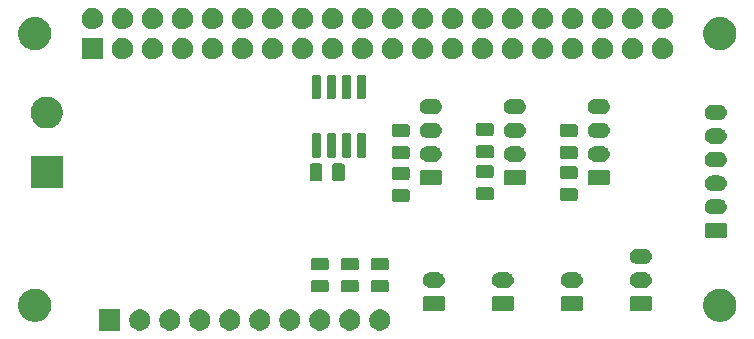
<source format=gbs>
G04 #@! TF.GenerationSoftware,KiCad,Pcbnew,5.1.5+dfsg1-2build2*
G04 #@! TF.CreationDate,2020-05-27T11:23:31-04:00*
G04 #@! TF.ProjectId,pidroponic_uHAT,70696472-6f70-46f6-9e69-635f75484154,1.0*
G04 #@! TF.SameCoordinates,Original*
G04 #@! TF.FileFunction,Soldermask,Bot*
G04 #@! TF.FilePolarity,Negative*
%FSLAX46Y46*%
G04 Gerber Fmt 4.6, Leading zero omitted, Abs format (unit mm)*
G04 Created by KiCad (PCBNEW 5.1.5+dfsg1-2build2) date 2020-05-27 11:23:31*
%MOMM*%
%LPD*%
G04 APERTURE LIST*
%ADD10C,0.050000*%
G04 APERTURE END LIST*
D10*
G36*
X150342013Y-117919242D02*
G01*
X150504812Y-117951624D01*
X150668784Y-118019544D01*
X150816354Y-118118147D01*
X150941853Y-118243646D01*
X151040456Y-118391216D01*
X151108376Y-118555188D01*
X151143000Y-118729259D01*
X151143000Y-118906741D01*
X151108376Y-119080812D01*
X151040456Y-119244784D01*
X150941853Y-119392354D01*
X150816354Y-119517853D01*
X150668784Y-119616456D01*
X150504812Y-119684376D01*
X150355512Y-119714073D01*
X150330742Y-119719000D01*
X150153258Y-119719000D01*
X150128488Y-119714073D01*
X149979188Y-119684376D01*
X149815216Y-119616456D01*
X149667646Y-119517853D01*
X149542147Y-119392354D01*
X149443544Y-119244784D01*
X149375624Y-119080812D01*
X149341000Y-118906741D01*
X149341000Y-118729259D01*
X149375624Y-118555188D01*
X149443544Y-118391216D01*
X149542147Y-118243646D01*
X149667646Y-118118147D01*
X149815216Y-118019544D01*
X149979188Y-117951624D01*
X150141987Y-117919242D01*
X150153258Y-117917000D01*
X150330742Y-117917000D01*
X150342013Y-117919242D01*
G37*
G36*
X147802013Y-117919242D02*
G01*
X147964812Y-117951624D01*
X148128784Y-118019544D01*
X148276354Y-118118147D01*
X148401853Y-118243646D01*
X148500456Y-118391216D01*
X148568376Y-118555188D01*
X148603000Y-118729259D01*
X148603000Y-118906741D01*
X148568376Y-119080812D01*
X148500456Y-119244784D01*
X148401853Y-119392354D01*
X148276354Y-119517853D01*
X148128784Y-119616456D01*
X147964812Y-119684376D01*
X147815512Y-119714073D01*
X147790742Y-119719000D01*
X147613258Y-119719000D01*
X147588488Y-119714073D01*
X147439188Y-119684376D01*
X147275216Y-119616456D01*
X147127646Y-119517853D01*
X147002147Y-119392354D01*
X146903544Y-119244784D01*
X146835624Y-119080812D01*
X146801000Y-118906741D01*
X146801000Y-118729259D01*
X146835624Y-118555188D01*
X146903544Y-118391216D01*
X147002147Y-118243646D01*
X147127646Y-118118147D01*
X147275216Y-118019544D01*
X147439188Y-117951624D01*
X147601987Y-117919242D01*
X147613258Y-117917000D01*
X147790742Y-117917000D01*
X147802013Y-117919242D01*
G37*
G36*
X128283000Y-119719000D02*
G01*
X126481000Y-119719000D01*
X126481000Y-117917000D01*
X128283000Y-117917000D01*
X128283000Y-119719000D01*
G37*
G36*
X130022013Y-117919242D02*
G01*
X130184812Y-117951624D01*
X130348784Y-118019544D01*
X130496354Y-118118147D01*
X130621853Y-118243646D01*
X130720456Y-118391216D01*
X130788376Y-118555188D01*
X130823000Y-118729259D01*
X130823000Y-118906741D01*
X130788376Y-119080812D01*
X130720456Y-119244784D01*
X130621853Y-119392354D01*
X130496354Y-119517853D01*
X130348784Y-119616456D01*
X130184812Y-119684376D01*
X130035512Y-119714073D01*
X130010742Y-119719000D01*
X129833258Y-119719000D01*
X129808488Y-119714073D01*
X129659188Y-119684376D01*
X129495216Y-119616456D01*
X129347646Y-119517853D01*
X129222147Y-119392354D01*
X129123544Y-119244784D01*
X129055624Y-119080812D01*
X129021000Y-118906741D01*
X129021000Y-118729259D01*
X129055624Y-118555188D01*
X129123544Y-118391216D01*
X129222147Y-118243646D01*
X129347646Y-118118147D01*
X129495216Y-118019544D01*
X129659188Y-117951624D01*
X129821987Y-117919242D01*
X129833258Y-117917000D01*
X130010742Y-117917000D01*
X130022013Y-117919242D01*
G37*
G36*
X132562013Y-117919242D02*
G01*
X132724812Y-117951624D01*
X132888784Y-118019544D01*
X133036354Y-118118147D01*
X133161853Y-118243646D01*
X133260456Y-118391216D01*
X133328376Y-118555188D01*
X133363000Y-118729259D01*
X133363000Y-118906741D01*
X133328376Y-119080812D01*
X133260456Y-119244784D01*
X133161853Y-119392354D01*
X133036354Y-119517853D01*
X132888784Y-119616456D01*
X132724812Y-119684376D01*
X132575512Y-119714073D01*
X132550742Y-119719000D01*
X132373258Y-119719000D01*
X132348488Y-119714073D01*
X132199188Y-119684376D01*
X132035216Y-119616456D01*
X131887646Y-119517853D01*
X131762147Y-119392354D01*
X131663544Y-119244784D01*
X131595624Y-119080812D01*
X131561000Y-118906741D01*
X131561000Y-118729259D01*
X131595624Y-118555188D01*
X131663544Y-118391216D01*
X131762147Y-118243646D01*
X131887646Y-118118147D01*
X132035216Y-118019544D01*
X132199188Y-117951624D01*
X132361987Y-117919242D01*
X132373258Y-117917000D01*
X132550742Y-117917000D01*
X132562013Y-117919242D01*
G37*
G36*
X135102013Y-117919242D02*
G01*
X135264812Y-117951624D01*
X135428784Y-118019544D01*
X135576354Y-118118147D01*
X135701853Y-118243646D01*
X135800456Y-118391216D01*
X135868376Y-118555188D01*
X135903000Y-118729259D01*
X135903000Y-118906741D01*
X135868376Y-119080812D01*
X135800456Y-119244784D01*
X135701853Y-119392354D01*
X135576354Y-119517853D01*
X135428784Y-119616456D01*
X135264812Y-119684376D01*
X135115512Y-119714073D01*
X135090742Y-119719000D01*
X134913258Y-119719000D01*
X134888488Y-119714073D01*
X134739188Y-119684376D01*
X134575216Y-119616456D01*
X134427646Y-119517853D01*
X134302147Y-119392354D01*
X134203544Y-119244784D01*
X134135624Y-119080812D01*
X134101000Y-118906741D01*
X134101000Y-118729259D01*
X134135624Y-118555188D01*
X134203544Y-118391216D01*
X134302147Y-118243646D01*
X134427646Y-118118147D01*
X134575216Y-118019544D01*
X134739188Y-117951624D01*
X134901987Y-117919242D01*
X134913258Y-117917000D01*
X135090742Y-117917000D01*
X135102013Y-117919242D01*
G37*
G36*
X140182013Y-117919242D02*
G01*
X140344812Y-117951624D01*
X140508784Y-118019544D01*
X140656354Y-118118147D01*
X140781853Y-118243646D01*
X140880456Y-118391216D01*
X140948376Y-118555188D01*
X140983000Y-118729259D01*
X140983000Y-118906741D01*
X140948376Y-119080812D01*
X140880456Y-119244784D01*
X140781853Y-119392354D01*
X140656354Y-119517853D01*
X140508784Y-119616456D01*
X140344812Y-119684376D01*
X140195512Y-119714073D01*
X140170742Y-119719000D01*
X139993258Y-119719000D01*
X139968488Y-119714073D01*
X139819188Y-119684376D01*
X139655216Y-119616456D01*
X139507646Y-119517853D01*
X139382147Y-119392354D01*
X139283544Y-119244784D01*
X139215624Y-119080812D01*
X139181000Y-118906741D01*
X139181000Y-118729259D01*
X139215624Y-118555188D01*
X139283544Y-118391216D01*
X139382147Y-118243646D01*
X139507646Y-118118147D01*
X139655216Y-118019544D01*
X139819188Y-117951624D01*
X139981987Y-117919242D01*
X139993258Y-117917000D01*
X140170742Y-117917000D01*
X140182013Y-117919242D01*
G37*
G36*
X137642013Y-117919242D02*
G01*
X137804812Y-117951624D01*
X137968784Y-118019544D01*
X138116354Y-118118147D01*
X138241853Y-118243646D01*
X138340456Y-118391216D01*
X138408376Y-118555188D01*
X138443000Y-118729259D01*
X138443000Y-118906741D01*
X138408376Y-119080812D01*
X138340456Y-119244784D01*
X138241853Y-119392354D01*
X138116354Y-119517853D01*
X137968784Y-119616456D01*
X137804812Y-119684376D01*
X137655512Y-119714073D01*
X137630742Y-119719000D01*
X137453258Y-119719000D01*
X137428488Y-119714073D01*
X137279188Y-119684376D01*
X137115216Y-119616456D01*
X136967646Y-119517853D01*
X136842147Y-119392354D01*
X136743544Y-119244784D01*
X136675624Y-119080812D01*
X136641000Y-118906741D01*
X136641000Y-118729259D01*
X136675624Y-118555188D01*
X136743544Y-118391216D01*
X136842147Y-118243646D01*
X136967646Y-118118147D01*
X137115216Y-118019544D01*
X137279188Y-117951624D01*
X137441987Y-117919242D01*
X137453258Y-117917000D01*
X137630742Y-117917000D01*
X137642013Y-117919242D01*
G37*
G36*
X145262013Y-117919242D02*
G01*
X145424812Y-117951624D01*
X145588784Y-118019544D01*
X145736354Y-118118147D01*
X145861853Y-118243646D01*
X145960456Y-118391216D01*
X146028376Y-118555188D01*
X146063000Y-118729259D01*
X146063000Y-118906741D01*
X146028376Y-119080812D01*
X145960456Y-119244784D01*
X145861853Y-119392354D01*
X145736354Y-119517853D01*
X145588784Y-119616456D01*
X145424812Y-119684376D01*
X145275512Y-119714073D01*
X145250742Y-119719000D01*
X145073258Y-119719000D01*
X145048488Y-119714073D01*
X144899188Y-119684376D01*
X144735216Y-119616456D01*
X144587646Y-119517853D01*
X144462147Y-119392354D01*
X144363544Y-119244784D01*
X144295624Y-119080812D01*
X144261000Y-118906741D01*
X144261000Y-118729259D01*
X144295624Y-118555188D01*
X144363544Y-118391216D01*
X144462147Y-118243646D01*
X144587646Y-118118147D01*
X144735216Y-118019544D01*
X144899188Y-117951624D01*
X145061987Y-117919242D01*
X145073258Y-117917000D01*
X145250742Y-117917000D01*
X145262013Y-117919242D01*
G37*
G36*
X142722013Y-117919242D02*
G01*
X142884812Y-117951624D01*
X143048784Y-118019544D01*
X143196354Y-118118147D01*
X143321853Y-118243646D01*
X143420456Y-118391216D01*
X143488376Y-118555188D01*
X143523000Y-118729259D01*
X143523000Y-118906741D01*
X143488376Y-119080812D01*
X143420456Y-119244784D01*
X143321853Y-119392354D01*
X143196354Y-119517853D01*
X143048784Y-119616456D01*
X142884812Y-119684376D01*
X142735512Y-119714073D01*
X142710742Y-119719000D01*
X142533258Y-119719000D01*
X142508488Y-119714073D01*
X142359188Y-119684376D01*
X142195216Y-119616456D01*
X142047646Y-119517853D01*
X141922147Y-119392354D01*
X141823544Y-119244784D01*
X141755624Y-119080812D01*
X141721000Y-118906741D01*
X141721000Y-118729259D01*
X141755624Y-118555188D01*
X141823544Y-118391216D01*
X141922147Y-118243646D01*
X142047646Y-118118147D01*
X142195216Y-118019544D01*
X142359188Y-117951624D01*
X142521987Y-117919242D01*
X142533258Y-117917000D01*
X142710742Y-117917000D01*
X142722013Y-117919242D01*
G37*
G36*
X179350433Y-116202893D02*
G01*
X179440657Y-116220839D01*
X179546267Y-116264585D01*
X179695621Y-116326449D01*
X179695622Y-116326450D01*
X179925086Y-116479772D01*
X180120228Y-116674914D01*
X180188439Y-116777000D01*
X180273551Y-116904379D01*
X180333144Y-117048249D01*
X180379161Y-117159343D01*
X180433000Y-117430014D01*
X180433000Y-117705986D01*
X180379161Y-117976657D01*
X180369677Y-117999553D01*
X180273551Y-118231621D01*
X180273550Y-118231622D01*
X180120228Y-118461086D01*
X179925086Y-118656228D01*
X179771763Y-118758675D01*
X179695621Y-118809551D01*
X179546267Y-118871415D01*
X179440657Y-118915161D01*
X179350433Y-118933107D01*
X179169988Y-118969000D01*
X178894012Y-118969000D01*
X178713567Y-118933107D01*
X178623343Y-118915161D01*
X178517733Y-118871415D01*
X178368379Y-118809551D01*
X178292237Y-118758675D01*
X178138914Y-118656228D01*
X177943772Y-118461086D01*
X177790450Y-118231622D01*
X177790449Y-118231621D01*
X177694323Y-117999553D01*
X177684839Y-117976657D01*
X177631000Y-117705986D01*
X177631000Y-117430014D01*
X177684839Y-117159343D01*
X177730856Y-117048249D01*
X177790449Y-116904379D01*
X177875561Y-116777000D01*
X177943772Y-116674914D01*
X178138914Y-116479772D01*
X178368378Y-116326450D01*
X178368379Y-116326449D01*
X178517733Y-116264585D01*
X178623343Y-116220839D01*
X178713567Y-116202893D01*
X178894012Y-116167000D01*
X179169988Y-116167000D01*
X179350433Y-116202893D01*
G37*
G36*
X121350433Y-116202893D02*
G01*
X121440657Y-116220839D01*
X121546267Y-116264585D01*
X121695621Y-116326449D01*
X121695622Y-116326450D01*
X121925086Y-116479772D01*
X122120228Y-116674914D01*
X122188439Y-116777000D01*
X122273551Y-116904379D01*
X122333144Y-117048249D01*
X122379161Y-117159343D01*
X122433000Y-117430014D01*
X122433000Y-117705986D01*
X122379161Y-117976657D01*
X122369677Y-117999553D01*
X122273551Y-118231621D01*
X122273550Y-118231622D01*
X122120228Y-118461086D01*
X121925086Y-118656228D01*
X121771763Y-118758675D01*
X121695621Y-118809551D01*
X121546267Y-118871415D01*
X121440657Y-118915161D01*
X121350433Y-118933107D01*
X121169988Y-118969000D01*
X120894012Y-118969000D01*
X120713567Y-118933107D01*
X120623343Y-118915161D01*
X120517733Y-118871415D01*
X120368379Y-118809551D01*
X120292237Y-118758675D01*
X120138914Y-118656228D01*
X119943772Y-118461086D01*
X119790450Y-118231622D01*
X119790449Y-118231621D01*
X119694323Y-117999553D01*
X119684839Y-117976657D01*
X119631000Y-117705986D01*
X119631000Y-117430014D01*
X119684839Y-117159343D01*
X119730856Y-117048249D01*
X119790449Y-116904379D01*
X119875561Y-116777000D01*
X119943772Y-116674914D01*
X120138914Y-116479772D01*
X120368378Y-116326450D01*
X120368379Y-116326449D01*
X120517733Y-116264585D01*
X120623343Y-116220839D01*
X120713567Y-116202893D01*
X120894012Y-116167000D01*
X121169988Y-116167000D01*
X121350433Y-116202893D01*
G37*
G36*
X173106242Y-116781404D02*
G01*
X173143337Y-116792657D01*
X173177515Y-116810925D01*
X173207481Y-116835519D01*
X173232075Y-116865485D01*
X173250343Y-116899663D01*
X173261596Y-116936758D01*
X173266000Y-116981474D01*
X173266000Y-117874526D01*
X173261596Y-117919242D01*
X173250343Y-117956337D01*
X173232075Y-117990515D01*
X173207481Y-118020481D01*
X173177515Y-118045075D01*
X173143337Y-118063343D01*
X173106242Y-118074596D01*
X173061526Y-118079000D01*
X171618474Y-118079000D01*
X171573758Y-118074596D01*
X171536663Y-118063343D01*
X171502485Y-118045075D01*
X171472519Y-118020481D01*
X171447925Y-117990515D01*
X171429657Y-117956337D01*
X171418404Y-117919242D01*
X171414000Y-117874526D01*
X171414000Y-116981474D01*
X171418404Y-116936758D01*
X171429657Y-116899663D01*
X171447925Y-116865485D01*
X171472519Y-116835519D01*
X171502485Y-116810925D01*
X171536663Y-116792657D01*
X171573758Y-116781404D01*
X171618474Y-116777000D01*
X173061526Y-116777000D01*
X173106242Y-116781404D01*
G37*
G36*
X167264242Y-116781404D02*
G01*
X167301337Y-116792657D01*
X167335515Y-116810925D01*
X167365481Y-116835519D01*
X167390075Y-116865485D01*
X167408343Y-116899663D01*
X167419596Y-116936758D01*
X167424000Y-116981474D01*
X167424000Y-117874526D01*
X167419596Y-117919242D01*
X167408343Y-117956337D01*
X167390075Y-117990515D01*
X167365481Y-118020481D01*
X167335515Y-118045075D01*
X167301337Y-118063343D01*
X167264242Y-118074596D01*
X167219526Y-118079000D01*
X165776474Y-118079000D01*
X165731758Y-118074596D01*
X165694663Y-118063343D01*
X165660485Y-118045075D01*
X165630519Y-118020481D01*
X165605925Y-117990515D01*
X165587657Y-117956337D01*
X165576404Y-117919242D01*
X165572000Y-117874526D01*
X165572000Y-116981474D01*
X165576404Y-116936758D01*
X165587657Y-116899663D01*
X165605925Y-116865485D01*
X165630519Y-116835519D01*
X165660485Y-116810925D01*
X165694663Y-116792657D01*
X165731758Y-116781404D01*
X165776474Y-116777000D01*
X167219526Y-116777000D01*
X167264242Y-116781404D01*
G37*
G36*
X161422242Y-116781404D02*
G01*
X161459337Y-116792657D01*
X161493515Y-116810925D01*
X161523481Y-116835519D01*
X161548075Y-116865485D01*
X161566343Y-116899663D01*
X161577596Y-116936758D01*
X161582000Y-116981474D01*
X161582000Y-117874526D01*
X161577596Y-117919242D01*
X161566343Y-117956337D01*
X161548075Y-117990515D01*
X161523481Y-118020481D01*
X161493515Y-118045075D01*
X161459337Y-118063343D01*
X161422242Y-118074596D01*
X161377526Y-118079000D01*
X159934474Y-118079000D01*
X159889758Y-118074596D01*
X159852663Y-118063343D01*
X159818485Y-118045075D01*
X159788519Y-118020481D01*
X159763925Y-117990515D01*
X159745657Y-117956337D01*
X159734404Y-117919242D01*
X159730000Y-117874526D01*
X159730000Y-116981474D01*
X159734404Y-116936758D01*
X159745657Y-116899663D01*
X159763925Y-116865485D01*
X159788519Y-116835519D01*
X159818485Y-116810925D01*
X159852663Y-116792657D01*
X159889758Y-116781404D01*
X159934474Y-116777000D01*
X161377526Y-116777000D01*
X161422242Y-116781404D01*
G37*
G36*
X155580242Y-116781404D02*
G01*
X155617337Y-116792657D01*
X155651515Y-116810925D01*
X155681481Y-116835519D01*
X155706075Y-116865485D01*
X155724343Y-116899663D01*
X155735596Y-116936758D01*
X155740000Y-116981474D01*
X155740000Y-117874526D01*
X155735596Y-117919242D01*
X155724343Y-117956337D01*
X155706075Y-117990515D01*
X155681481Y-118020481D01*
X155651515Y-118045075D01*
X155617337Y-118063343D01*
X155580242Y-118074596D01*
X155535526Y-118079000D01*
X154092474Y-118079000D01*
X154047758Y-118074596D01*
X154010663Y-118063343D01*
X153976485Y-118045075D01*
X153946519Y-118020481D01*
X153921925Y-117990515D01*
X153903657Y-117956337D01*
X153892404Y-117919242D01*
X153888000Y-117874526D01*
X153888000Y-116981474D01*
X153892404Y-116936758D01*
X153903657Y-116899663D01*
X153921925Y-116865485D01*
X153946519Y-116835519D01*
X153976485Y-116810925D01*
X154010663Y-116792657D01*
X154047758Y-116781404D01*
X154092474Y-116777000D01*
X155535526Y-116777000D01*
X155580242Y-116781404D01*
G37*
G36*
X150826468Y-115418565D02*
G01*
X150865138Y-115430296D01*
X150900777Y-115449346D01*
X150932017Y-115474983D01*
X150957654Y-115506223D01*
X150976704Y-115541862D01*
X150988435Y-115580532D01*
X150993000Y-115626888D01*
X150993000Y-116278112D01*
X150988435Y-116324468D01*
X150976704Y-116363138D01*
X150957654Y-116398777D01*
X150932017Y-116430017D01*
X150900777Y-116455654D01*
X150865138Y-116474704D01*
X150826468Y-116486435D01*
X150780112Y-116491000D01*
X149703888Y-116491000D01*
X149657532Y-116486435D01*
X149618862Y-116474704D01*
X149583223Y-116455654D01*
X149551983Y-116430017D01*
X149526346Y-116398777D01*
X149507296Y-116363138D01*
X149495565Y-116324468D01*
X149491000Y-116278112D01*
X149491000Y-115626888D01*
X149495565Y-115580532D01*
X149507296Y-115541862D01*
X149526346Y-115506223D01*
X149551983Y-115474983D01*
X149583223Y-115449346D01*
X149618862Y-115430296D01*
X149657532Y-115418565D01*
X149703888Y-115414000D01*
X150780112Y-115414000D01*
X150826468Y-115418565D01*
G37*
G36*
X145746468Y-115418565D02*
G01*
X145785138Y-115430296D01*
X145820777Y-115449346D01*
X145852017Y-115474983D01*
X145877654Y-115506223D01*
X145896704Y-115541862D01*
X145908435Y-115580532D01*
X145913000Y-115626888D01*
X145913000Y-116278112D01*
X145908435Y-116324468D01*
X145896704Y-116363138D01*
X145877654Y-116398777D01*
X145852017Y-116430017D01*
X145820777Y-116455654D01*
X145785138Y-116474704D01*
X145746468Y-116486435D01*
X145700112Y-116491000D01*
X144623888Y-116491000D01*
X144577532Y-116486435D01*
X144538862Y-116474704D01*
X144503223Y-116455654D01*
X144471983Y-116430017D01*
X144446346Y-116398777D01*
X144427296Y-116363138D01*
X144415565Y-116324468D01*
X144411000Y-116278112D01*
X144411000Y-115626888D01*
X144415565Y-115580532D01*
X144427296Y-115541862D01*
X144446346Y-115506223D01*
X144471983Y-115474983D01*
X144503223Y-115449346D01*
X144538862Y-115430296D01*
X144577532Y-115418565D01*
X144623888Y-115414000D01*
X145700112Y-115414000D01*
X145746468Y-115418565D01*
G37*
G36*
X148286468Y-115418565D02*
G01*
X148325138Y-115430296D01*
X148360777Y-115449346D01*
X148392017Y-115474983D01*
X148417654Y-115506223D01*
X148436704Y-115541862D01*
X148448435Y-115580532D01*
X148453000Y-115626888D01*
X148453000Y-116278112D01*
X148448435Y-116324468D01*
X148436704Y-116363138D01*
X148417654Y-116398777D01*
X148392017Y-116430017D01*
X148360777Y-116455654D01*
X148325138Y-116474704D01*
X148286468Y-116486435D01*
X148240112Y-116491000D01*
X147163888Y-116491000D01*
X147117532Y-116486435D01*
X147078862Y-116474704D01*
X147043223Y-116455654D01*
X147011983Y-116430017D01*
X146986346Y-116398777D01*
X146967296Y-116363138D01*
X146955565Y-116324468D01*
X146951000Y-116278112D01*
X146951000Y-115626888D01*
X146955565Y-115580532D01*
X146967296Y-115541862D01*
X146986346Y-115506223D01*
X147011983Y-115474983D01*
X147043223Y-115449346D01*
X147078862Y-115430296D01*
X147117532Y-115418565D01*
X147163888Y-115414000D01*
X148240112Y-115414000D01*
X148286468Y-115418565D01*
G37*
G36*
X160994855Y-114780140D02*
G01*
X161058618Y-114786420D01*
X161149404Y-114813960D01*
X161181336Y-114823646D01*
X161294425Y-114884094D01*
X161393554Y-114965446D01*
X161474906Y-115064575D01*
X161535354Y-115177664D01*
X161535355Y-115177668D01*
X161572580Y-115300382D01*
X161585149Y-115428000D01*
X161572580Y-115555618D01*
X161565119Y-115580212D01*
X161535354Y-115678336D01*
X161474906Y-115791425D01*
X161393554Y-115890554D01*
X161294425Y-115971906D01*
X161181336Y-116032354D01*
X161149404Y-116042040D01*
X161058618Y-116069580D01*
X160994855Y-116075860D01*
X160962974Y-116079000D01*
X160349026Y-116079000D01*
X160317145Y-116075860D01*
X160253382Y-116069580D01*
X160162596Y-116042040D01*
X160130664Y-116032354D01*
X160017575Y-115971906D01*
X159918446Y-115890554D01*
X159837094Y-115791425D01*
X159776646Y-115678336D01*
X159746881Y-115580212D01*
X159739420Y-115555618D01*
X159726851Y-115428000D01*
X159739420Y-115300382D01*
X159776645Y-115177668D01*
X159776646Y-115177664D01*
X159837094Y-115064575D01*
X159918446Y-114965446D01*
X160017575Y-114884094D01*
X160130664Y-114823646D01*
X160162596Y-114813960D01*
X160253382Y-114786420D01*
X160317145Y-114780140D01*
X160349026Y-114777000D01*
X160962974Y-114777000D01*
X160994855Y-114780140D01*
G37*
G36*
X166836855Y-114780140D02*
G01*
X166900618Y-114786420D01*
X166991404Y-114813960D01*
X167023336Y-114823646D01*
X167136425Y-114884094D01*
X167235554Y-114965446D01*
X167316906Y-115064575D01*
X167377354Y-115177664D01*
X167377355Y-115177668D01*
X167414580Y-115300382D01*
X167427149Y-115428000D01*
X167414580Y-115555618D01*
X167407119Y-115580212D01*
X167377354Y-115678336D01*
X167316906Y-115791425D01*
X167235554Y-115890554D01*
X167136425Y-115971906D01*
X167023336Y-116032354D01*
X166991404Y-116042040D01*
X166900618Y-116069580D01*
X166836855Y-116075860D01*
X166804974Y-116079000D01*
X166191026Y-116079000D01*
X166159145Y-116075860D01*
X166095382Y-116069580D01*
X166004596Y-116042040D01*
X165972664Y-116032354D01*
X165859575Y-115971906D01*
X165760446Y-115890554D01*
X165679094Y-115791425D01*
X165618646Y-115678336D01*
X165588881Y-115580212D01*
X165581420Y-115555618D01*
X165568851Y-115428000D01*
X165581420Y-115300382D01*
X165618645Y-115177668D01*
X165618646Y-115177664D01*
X165679094Y-115064575D01*
X165760446Y-114965446D01*
X165859575Y-114884094D01*
X165972664Y-114823646D01*
X166004596Y-114813960D01*
X166095382Y-114786420D01*
X166159145Y-114780140D01*
X166191026Y-114777000D01*
X166804974Y-114777000D01*
X166836855Y-114780140D01*
G37*
G36*
X172678855Y-114780140D02*
G01*
X172742618Y-114786420D01*
X172833404Y-114813960D01*
X172865336Y-114823646D01*
X172978425Y-114884094D01*
X173077554Y-114965446D01*
X173158906Y-115064575D01*
X173219354Y-115177664D01*
X173219355Y-115177668D01*
X173256580Y-115300382D01*
X173269149Y-115428000D01*
X173256580Y-115555618D01*
X173249119Y-115580212D01*
X173219354Y-115678336D01*
X173158906Y-115791425D01*
X173077554Y-115890554D01*
X172978425Y-115971906D01*
X172865336Y-116032354D01*
X172833404Y-116042040D01*
X172742618Y-116069580D01*
X172678855Y-116075860D01*
X172646974Y-116079000D01*
X172033026Y-116079000D01*
X172001145Y-116075860D01*
X171937382Y-116069580D01*
X171846596Y-116042040D01*
X171814664Y-116032354D01*
X171701575Y-115971906D01*
X171602446Y-115890554D01*
X171521094Y-115791425D01*
X171460646Y-115678336D01*
X171430881Y-115580212D01*
X171423420Y-115555618D01*
X171410851Y-115428000D01*
X171423420Y-115300382D01*
X171460645Y-115177668D01*
X171460646Y-115177664D01*
X171521094Y-115064575D01*
X171602446Y-114965446D01*
X171701575Y-114884094D01*
X171814664Y-114823646D01*
X171846596Y-114813960D01*
X171937382Y-114786420D01*
X172001145Y-114780140D01*
X172033026Y-114777000D01*
X172646974Y-114777000D01*
X172678855Y-114780140D01*
G37*
G36*
X155152855Y-114780140D02*
G01*
X155216618Y-114786420D01*
X155307404Y-114813960D01*
X155339336Y-114823646D01*
X155452425Y-114884094D01*
X155551554Y-114965446D01*
X155632906Y-115064575D01*
X155693354Y-115177664D01*
X155693355Y-115177668D01*
X155730580Y-115300382D01*
X155743149Y-115428000D01*
X155730580Y-115555618D01*
X155723119Y-115580212D01*
X155693354Y-115678336D01*
X155632906Y-115791425D01*
X155551554Y-115890554D01*
X155452425Y-115971906D01*
X155339336Y-116032354D01*
X155307404Y-116042040D01*
X155216618Y-116069580D01*
X155152855Y-116075860D01*
X155120974Y-116079000D01*
X154507026Y-116079000D01*
X154475145Y-116075860D01*
X154411382Y-116069580D01*
X154320596Y-116042040D01*
X154288664Y-116032354D01*
X154175575Y-115971906D01*
X154076446Y-115890554D01*
X153995094Y-115791425D01*
X153934646Y-115678336D01*
X153904881Y-115580212D01*
X153897420Y-115555618D01*
X153884851Y-115428000D01*
X153897420Y-115300382D01*
X153934645Y-115177668D01*
X153934646Y-115177664D01*
X153995094Y-115064575D01*
X154076446Y-114965446D01*
X154175575Y-114884094D01*
X154288664Y-114823646D01*
X154320596Y-114813960D01*
X154411382Y-114786420D01*
X154475145Y-114780140D01*
X154507026Y-114777000D01*
X155120974Y-114777000D01*
X155152855Y-114780140D01*
G37*
G36*
X148286468Y-113543565D02*
G01*
X148325138Y-113555296D01*
X148360777Y-113574346D01*
X148392017Y-113599983D01*
X148417654Y-113631223D01*
X148436704Y-113666862D01*
X148448435Y-113705532D01*
X148453000Y-113751888D01*
X148453000Y-114403112D01*
X148448435Y-114449468D01*
X148436704Y-114488138D01*
X148417654Y-114523777D01*
X148392017Y-114555017D01*
X148360777Y-114580654D01*
X148325138Y-114599704D01*
X148286468Y-114611435D01*
X148240112Y-114616000D01*
X147163888Y-114616000D01*
X147117532Y-114611435D01*
X147078862Y-114599704D01*
X147043223Y-114580654D01*
X147011983Y-114555017D01*
X146986346Y-114523777D01*
X146967296Y-114488138D01*
X146955565Y-114449468D01*
X146951000Y-114403112D01*
X146951000Y-113751888D01*
X146955565Y-113705532D01*
X146967296Y-113666862D01*
X146986346Y-113631223D01*
X147011983Y-113599983D01*
X147043223Y-113574346D01*
X147078862Y-113555296D01*
X147117532Y-113543565D01*
X147163888Y-113539000D01*
X148240112Y-113539000D01*
X148286468Y-113543565D01*
G37*
G36*
X150826468Y-113543565D02*
G01*
X150865138Y-113555296D01*
X150900777Y-113574346D01*
X150932017Y-113599983D01*
X150957654Y-113631223D01*
X150976704Y-113666862D01*
X150988435Y-113705532D01*
X150993000Y-113751888D01*
X150993000Y-114403112D01*
X150988435Y-114449468D01*
X150976704Y-114488138D01*
X150957654Y-114523777D01*
X150932017Y-114555017D01*
X150900777Y-114580654D01*
X150865138Y-114599704D01*
X150826468Y-114611435D01*
X150780112Y-114616000D01*
X149703888Y-114616000D01*
X149657532Y-114611435D01*
X149618862Y-114599704D01*
X149583223Y-114580654D01*
X149551983Y-114555017D01*
X149526346Y-114523777D01*
X149507296Y-114488138D01*
X149495565Y-114449468D01*
X149491000Y-114403112D01*
X149491000Y-113751888D01*
X149495565Y-113705532D01*
X149507296Y-113666862D01*
X149526346Y-113631223D01*
X149551983Y-113599983D01*
X149583223Y-113574346D01*
X149618862Y-113555296D01*
X149657532Y-113543565D01*
X149703888Y-113539000D01*
X150780112Y-113539000D01*
X150826468Y-113543565D01*
G37*
G36*
X145746468Y-113543565D02*
G01*
X145785138Y-113555296D01*
X145820777Y-113574346D01*
X145852017Y-113599983D01*
X145877654Y-113631223D01*
X145896704Y-113666862D01*
X145908435Y-113705532D01*
X145913000Y-113751888D01*
X145913000Y-114403112D01*
X145908435Y-114449468D01*
X145896704Y-114488138D01*
X145877654Y-114523777D01*
X145852017Y-114555017D01*
X145820777Y-114580654D01*
X145785138Y-114599704D01*
X145746468Y-114611435D01*
X145700112Y-114616000D01*
X144623888Y-114616000D01*
X144577532Y-114611435D01*
X144538862Y-114599704D01*
X144503223Y-114580654D01*
X144471983Y-114555017D01*
X144446346Y-114523777D01*
X144427296Y-114488138D01*
X144415565Y-114449468D01*
X144411000Y-114403112D01*
X144411000Y-113751888D01*
X144415565Y-113705532D01*
X144427296Y-113666862D01*
X144446346Y-113631223D01*
X144471983Y-113599983D01*
X144503223Y-113574346D01*
X144538862Y-113555296D01*
X144577532Y-113543565D01*
X144623888Y-113539000D01*
X145700112Y-113539000D01*
X145746468Y-113543565D01*
G37*
G36*
X172678855Y-112780140D02*
G01*
X172742618Y-112786420D01*
X172833404Y-112813960D01*
X172865336Y-112823646D01*
X172978425Y-112884094D01*
X173077554Y-112965446D01*
X173158906Y-113064575D01*
X173219354Y-113177664D01*
X173219355Y-113177668D01*
X173256580Y-113300382D01*
X173269149Y-113428000D01*
X173256580Y-113555618D01*
X173247856Y-113584377D01*
X173219354Y-113678336D01*
X173158906Y-113791425D01*
X173077554Y-113890554D01*
X172978425Y-113971906D01*
X172865336Y-114032354D01*
X172833404Y-114042040D01*
X172742618Y-114069580D01*
X172678855Y-114075860D01*
X172646974Y-114079000D01*
X172033026Y-114079000D01*
X172001145Y-114075860D01*
X171937382Y-114069580D01*
X171846596Y-114042040D01*
X171814664Y-114032354D01*
X171701575Y-113971906D01*
X171602446Y-113890554D01*
X171521094Y-113791425D01*
X171460646Y-113678336D01*
X171432144Y-113584377D01*
X171423420Y-113555618D01*
X171410851Y-113428000D01*
X171423420Y-113300382D01*
X171460645Y-113177668D01*
X171460646Y-113177664D01*
X171521094Y-113064575D01*
X171602446Y-112965446D01*
X171701575Y-112884094D01*
X171814664Y-112823646D01*
X171846596Y-112813960D01*
X171937382Y-112786420D01*
X172001145Y-112780140D01*
X172033026Y-112777000D01*
X172646974Y-112777000D01*
X172678855Y-112780140D01*
G37*
G36*
X179456242Y-110589404D02*
G01*
X179493337Y-110600657D01*
X179527515Y-110618925D01*
X179557481Y-110643519D01*
X179582075Y-110673485D01*
X179600343Y-110707663D01*
X179611596Y-110744758D01*
X179616000Y-110789474D01*
X179616000Y-111682526D01*
X179611596Y-111727242D01*
X179600343Y-111764337D01*
X179582075Y-111798515D01*
X179557481Y-111828481D01*
X179527515Y-111853075D01*
X179493337Y-111871343D01*
X179456242Y-111882596D01*
X179411526Y-111887000D01*
X177968474Y-111887000D01*
X177923758Y-111882596D01*
X177886663Y-111871343D01*
X177852485Y-111853075D01*
X177822519Y-111828481D01*
X177797925Y-111798515D01*
X177779657Y-111764337D01*
X177768404Y-111727242D01*
X177764000Y-111682526D01*
X177764000Y-110789474D01*
X177768404Y-110744758D01*
X177779657Y-110707663D01*
X177797925Y-110673485D01*
X177822519Y-110643519D01*
X177852485Y-110618925D01*
X177886663Y-110600657D01*
X177923758Y-110589404D01*
X177968474Y-110585000D01*
X179411526Y-110585000D01*
X179456242Y-110589404D01*
G37*
G36*
X179028855Y-108588140D02*
G01*
X179092618Y-108594420D01*
X179164212Y-108616138D01*
X179215336Y-108631646D01*
X179328425Y-108692094D01*
X179427554Y-108773446D01*
X179508906Y-108872575D01*
X179569354Y-108985664D01*
X179569355Y-108985668D01*
X179606580Y-109108382D01*
X179619149Y-109236000D01*
X179606580Y-109363618D01*
X179579040Y-109454404D01*
X179569354Y-109486336D01*
X179508906Y-109599425D01*
X179427554Y-109698554D01*
X179328425Y-109779906D01*
X179215336Y-109840354D01*
X179183404Y-109850040D01*
X179092618Y-109877580D01*
X179028855Y-109883860D01*
X178996974Y-109887000D01*
X178383026Y-109887000D01*
X178351145Y-109883860D01*
X178287382Y-109877580D01*
X178196596Y-109850040D01*
X178164664Y-109840354D01*
X178051575Y-109779906D01*
X177952446Y-109698554D01*
X177871094Y-109599425D01*
X177810646Y-109486336D01*
X177800960Y-109454404D01*
X177773420Y-109363618D01*
X177760851Y-109236000D01*
X177773420Y-109108382D01*
X177810645Y-108985668D01*
X177810646Y-108985664D01*
X177871094Y-108872575D01*
X177952446Y-108773446D01*
X178051575Y-108692094D01*
X178164664Y-108631646D01*
X178215788Y-108616138D01*
X178287382Y-108594420D01*
X178351145Y-108588140D01*
X178383026Y-108585000D01*
X178996974Y-108585000D01*
X179028855Y-108588140D01*
G37*
G36*
X152604468Y-107750065D02*
G01*
X152643138Y-107761796D01*
X152678777Y-107780846D01*
X152710017Y-107806483D01*
X152735654Y-107837723D01*
X152754704Y-107873362D01*
X152766435Y-107912032D01*
X152771000Y-107958388D01*
X152771000Y-108609612D01*
X152766435Y-108655968D01*
X152754704Y-108694638D01*
X152735654Y-108730277D01*
X152710017Y-108761517D01*
X152678777Y-108787154D01*
X152643138Y-108806204D01*
X152604468Y-108817935D01*
X152558112Y-108822500D01*
X151481888Y-108822500D01*
X151435532Y-108817935D01*
X151396862Y-108806204D01*
X151361223Y-108787154D01*
X151329983Y-108761517D01*
X151304346Y-108730277D01*
X151285296Y-108694638D01*
X151273565Y-108655968D01*
X151269000Y-108609612D01*
X151269000Y-107958388D01*
X151273565Y-107912032D01*
X151285296Y-107873362D01*
X151304346Y-107837723D01*
X151329983Y-107806483D01*
X151361223Y-107780846D01*
X151396862Y-107761796D01*
X151435532Y-107750065D01*
X151481888Y-107745500D01*
X152558112Y-107745500D01*
X152604468Y-107750065D01*
G37*
G36*
X166828468Y-107671565D02*
G01*
X166867138Y-107683296D01*
X166902777Y-107702346D01*
X166934017Y-107727983D01*
X166959654Y-107759223D01*
X166978704Y-107794862D01*
X166990435Y-107833532D01*
X166995000Y-107879888D01*
X166995000Y-108531112D01*
X166990435Y-108577468D01*
X166978704Y-108616138D01*
X166959654Y-108651777D01*
X166934017Y-108683017D01*
X166902777Y-108708654D01*
X166867138Y-108727704D01*
X166828468Y-108739435D01*
X166782112Y-108744000D01*
X165705888Y-108744000D01*
X165659532Y-108739435D01*
X165620862Y-108727704D01*
X165585223Y-108708654D01*
X165553983Y-108683017D01*
X165528346Y-108651777D01*
X165509296Y-108616138D01*
X165497565Y-108577468D01*
X165493000Y-108531112D01*
X165493000Y-107879888D01*
X165497565Y-107833532D01*
X165509296Y-107794862D01*
X165528346Y-107759223D01*
X165553983Y-107727983D01*
X165585223Y-107702346D01*
X165620862Y-107683296D01*
X165659532Y-107671565D01*
X165705888Y-107667000D01*
X166782112Y-107667000D01*
X166828468Y-107671565D01*
G37*
G36*
X159716468Y-107593065D02*
G01*
X159755138Y-107604796D01*
X159790777Y-107623846D01*
X159822017Y-107649483D01*
X159847654Y-107680723D01*
X159866704Y-107716362D01*
X159878435Y-107755032D01*
X159883000Y-107801388D01*
X159883000Y-108452612D01*
X159878435Y-108498968D01*
X159866704Y-108537638D01*
X159847654Y-108573277D01*
X159822017Y-108604517D01*
X159790777Y-108630154D01*
X159755138Y-108649204D01*
X159716468Y-108660935D01*
X159670112Y-108665500D01*
X158593888Y-108665500D01*
X158547532Y-108660935D01*
X158508862Y-108649204D01*
X158473223Y-108630154D01*
X158441983Y-108604517D01*
X158416346Y-108573277D01*
X158397296Y-108537638D01*
X158385565Y-108498968D01*
X158381000Y-108452612D01*
X158381000Y-107801388D01*
X158385565Y-107755032D01*
X158397296Y-107716362D01*
X158416346Y-107680723D01*
X158441983Y-107649483D01*
X158473223Y-107623846D01*
X158508862Y-107604796D01*
X158547532Y-107593065D01*
X158593888Y-107588500D01*
X159670112Y-107588500D01*
X159716468Y-107593065D01*
G37*
G36*
X179028855Y-106588140D02*
G01*
X179092618Y-106594420D01*
X179183404Y-106621960D01*
X179215336Y-106631646D01*
X179328425Y-106692094D01*
X179427554Y-106773446D01*
X179508906Y-106872575D01*
X179569354Y-106985664D01*
X179569355Y-106985668D01*
X179606580Y-107108382D01*
X179619149Y-107236000D01*
X179606580Y-107363618D01*
X179579040Y-107454404D01*
X179569354Y-107486336D01*
X179508906Y-107599425D01*
X179427554Y-107698554D01*
X179328425Y-107779906D01*
X179215336Y-107840354D01*
X179183404Y-107850040D01*
X179092618Y-107877580D01*
X179030256Y-107883722D01*
X178996974Y-107887000D01*
X178383026Y-107887000D01*
X178349744Y-107883722D01*
X178287382Y-107877580D01*
X178196596Y-107850040D01*
X178164664Y-107840354D01*
X178051575Y-107779906D01*
X177952446Y-107698554D01*
X177871094Y-107599425D01*
X177810646Y-107486336D01*
X177800960Y-107454404D01*
X177773420Y-107363618D01*
X177760851Y-107236000D01*
X177773420Y-107108382D01*
X177810645Y-106985668D01*
X177810646Y-106985664D01*
X177871094Y-106872575D01*
X177952446Y-106773446D01*
X178051575Y-106692094D01*
X178164664Y-106631646D01*
X178196596Y-106621960D01*
X178287382Y-106594420D01*
X178351145Y-106588140D01*
X178383026Y-106585000D01*
X178996974Y-106585000D01*
X179028855Y-106588140D01*
G37*
G36*
X123399000Y-107603000D02*
G01*
X120697000Y-107603000D01*
X120697000Y-104901000D01*
X123399000Y-104901000D01*
X123399000Y-107603000D01*
G37*
G36*
X155326242Y-106113404D02*
G01*
X155363337Y-106124657D01*
X155397515Y-106142925D01*
X155427481Y-106167519D01*
X155452075Y-106197485D01*
X155470343Y-106231663D01*
X155481596Y-106268758D01*
X155486000Y-106313474D01*
X155486000Y-107206526D01*
X155481596Y-107251242D01*
X155470343Y-107288337D01*
X155452075Y-107322515D01*
X155427481Y-107352481D01*
X155397515Y-107377075D01*
X155363337Y-107395343D01*
X155326242Y-107406596D01*
X155281526Y-107411000D01*
X153838474Y-107411000D01*
X153793758Y-107406596D01*
X153756663Y-107395343D01*
X153722485Y-107377075D01*
X153692519Y-107352481D01*
X153667925Y-107322515D01*
X153649657Y-107288337D01*
X153638404Y-107251242D01*
X153634000Y-107206526D01*
X153634000Y-106313474D01*
X153638404Y-106268758D01*
X153649657Y-106231663D01*
X153667925Y-106197485D01*
X153692519Y-106167519D01*
X153722485Y-106142925D01*
X153756663Y-106124657D01*
X153793758Y-106113404D01*
X153838474Y-106109000D01*
X155281526Y-106109000D01*
X155326242Y-106113404D01*
G37*
G36*
X162438242Y-106113404D02*
G01*
X162475337Y-106124657D01*
X162509515Y-106142925D01*
X162539481Y-106167519D01*
X162564075Y-106197485D01*
X162582343Y-106231663D01*
X162593596Y-106268758D01*
X162598000Y-106313474D01*
X162598000Y-107206526D01*
X162593596Y-107251242D01*
X162582343Y-107288337D01*
X162564075Y-107322515D01*
X162539481Y-107352481D01*
X162509515Y-107377075D01*
X162475337Y-107395343D01*
X162438242Y-107406596D01*
X162393526Y-107411000D01*
X160950474Y-107411000D01*
X160905758Y-107406596D01*
X160868663Y-107395343D01*
X160834485Y-107377075D01*
X160804519Y-107352481D01*
X160779925Y-107322515D01*
X160761657Y-107288337D01*
X160750404Y-107251242D01*
X160746000Y-107206526D01*
X160746000Y-106313474D01*
X160750404Y-106268758D01*
X160761657Y-106231663D01*
X160779925Y-106197485D01*
X160804519Y-106167519D01*
X160834485Y-106142925D01*
X160868663Y-106124657D01*
X160905758Y-106113404D01*
X160950474Y-106109000D01*
X162393526Y-106109000D01*
X162438242Y-106113404D01*
G37*
G36*
X169550242Y-106113404D02*
G01*
X169587337Y-106124657D01*
X169621515Y-106142925D01*
X169651481Y-106167519D01*
X169676075Y-106197485D01*
X169694343Y-106231663D01*
X169705596Y-106268758D01*
X169710000Y-106313474D01*
X169710000Y-107206526D01*
X169705596Y-107251242D01*
X169694343Y-107288337D01*
X169676075Y-107322515D01*
X169651481Y-107352481D01*
X169621515Y-107377075D01*
X169587337Y-107395343D01*
X169550242Y-107406596D01*
X169505526Y-107411000D01*
X168062474Y-107411000D01*
X168017758Y-107406596D01*
X167980663Y-107395343D01*
X167946485Y-107377075D01*
X167916519Y-107352481D01*
X167891925Y-107322515D01*
X167873657Y-107288337D01*
X167862404Y-107251242D01*
X167858000Y-107206526D01*
X167858000Y-106313474D01*
X167862404Y-106268758D01*
X167873657Y-106231663D01*
X167891925Y-106197485D01*
X167916519Y-106167519D01*
X167946485Y-106142925D01*
X167980663Y-106124657D01*
X168017758Y-106113404D01*
X168062474Y-106109000D01*
X169505526Y-106109000D01*
X169550242Y-106113404D01*
G37*
G36*
X145216468Y-105571565D02*
G01*
X145255138Y-105583296D01*
X145290777Y-105602346D01*
X145322017Y-105627983D01*
X145347654Y-105659223D01*
X145366704Y-105694862D01*
X145378435Y-105733532D01*
X145383000Y-105779888D01*
X145383000Y-106856112D01*
X145378435Y-106902468D01*
X145366704Y-106941138D01*
X145347654Y-106976777D01*
X145322017Y-107008017D01*
X145290777Y-107033654D01*
X145255138Y-107052704D01*
X145216468Y-107064435D01*
X145170112Y-107069000D01*
X144518888Y-107069000D01*
X144472532Y-107064435D01*
X144433862Y-107052704D01*
X144398223Y-107033654D01*
X144366983Y-107008017D01*
X144341346Y-106976777D01*
X144322296Y-106941138D01*
X144310565Y-106902468D01*
X144306000Y-106856112D01*
X144306000Y-105779888D01*
X144310565Y-105733532D01*
X144322296Y-105694862D01*
X144341346Y-105659223D01*
X144366983Y-105627983D01*
X144398223Y-105602346D01*
X144433862Y-105583296D01*
X144472532Y-105571565D01*
X144518888Y-105567000D01*
X145170112Y-105567000D01*
X145216468Y-105571565D01*
G37*
G36*
X147091468Y-105571565D02*
G01*
X147130138Y-105583296D01*
X147165777Y-105602346D01*
X147197017Y-105627983D01*
X147222654Y-105659223D01*
X147241704Y-105694862D01*
X147253435Y-105733532D01*
X147258000Y-105779888D01*
X147258000Y-106856112D01*
X147253435Y-106902468D01*
X147241704Y-106941138D01*
X147222654Y-106976777D01*
X147197017Y-107008017D01*
X147165777Y-107033654D01*
X147130138Y-107052704D01*
X147091468Y-107064435D01*
X147045112Y-107069000D01*
X146393888Y-107069000D01*
X146347532Y-107064435D01*
X146308862Y-107052704D01*
X146273223Y-107033654D01*
X146241983Y-107008017D01*
X146216346Y-106976777D01*
X146197296Y-106941138D01*
X146185565Y-106902468D01*
X146181000Y-106856112D01*
X146181000Y-105779888D01*
X146185565Y-105733532D01*
X146197296Y-105694862D01*
X146216346Y-105659223D01*
X146241983Y-105627983D01*
X146273223Y-105602346D01*
X146308862Y-105583296D01*
X146347532Y-105571565D01*
X146393888Y-105567000D01*
X147045112Y-105567000D01*
X147091468Y-105571565D01*
G37*
G36*
X152604468Y-105875065D02*
G01*
X152643138Y-105886796D01*
X152678777Y-105905846D01*
X152710017Y-105931483D01*
X152735654Y-105962723D01*
X152754704Y-105998362D01*
X152766435Y-106037032D01*
X152771000Y-106083388D01*
X152771000Y-106734612D01*
X152766435Y-106780968D01*
X152754704Y-106819638D01*
X152735654Y-106855277D01*
X152710017Y-106886517D01*
X152678777Y-106912154D01*
X152643138Y-106931204D01*
X152604468Y-106942935D01*
X152558112Y-106947500D01*
X151481888Y-106947500D01*
X151435532Y-106942935D01*
X151396862Y-106931204D01*
X151361223Y-106912154D01*
X151329983Y-106886517D01*
X151304346Y-106855277D01*
X151285296Y-106819638D01*
X151273565Y-106780968D01*
X151269000Y-106734612D01*
X151269000Y-106083388D01*
X151273565Y-106037032D01*
X151285296Y-105998362D01*
X151304346Y-105962723D01*
X151329983Y-105931483D01*
X151361223Y-105905846D01*
X151396862Y-105886796D01*
X151435532Y-105875065D01*
X151481888Y-105870500D01*
X152558112Y-105870500D01*
X152604468Y-105875065D01*
G37*
G36*
X166828468Y-105796565D02*
G01*
X166867138Y-105808296D01*
X166902777Y-105827346D01*
X166934017Y-105852983D01*
X166959654Y-105884223D01*
X166978704Y-105919862D01*
X166990435Y-105958532D01*
X166995000Y-106004888D01*
X166995000Y-106656112D01*
X166990435Y-106702468D01*
X166978704Y-106741138D01*
X166959654Y-106776777D01*
X166934017Y-106808017D01*
X166902777Y-106833654D01*
X166867138Y-106852704D01*
X166828468Y-106864435D01*
X166782112Y-106869000D01*
X165705888Y-106869000D01*
X165659532Y-106864435D01*
X165620862Y-106852704D01*
X165585223Y-106833654D01*
X165553983Y-106808017D01*
X165528346Y-106776777D01*
X165509296Y-106741138D01*
X165497565Y-106702468D01*
X165493000Y-106656112D01*
X165493000Y-106004888D01*
X165497565Y-105958532D01*
X165509296Y-105919862D01*
X165528346Y-105884223D01*
X165553983Y-105852983D01*
X165585223Y-105827346D01*
X165620862Y-105808296D01*
X165659532Y-105796565D01*
X165705888Y-105792000D01*
X166782112Y-105792000D01*
X166828468Y-105796565D01*
G37*
G36*
X159716468Y-105718065D02*
G01*
X159755138Y-105729796D01*
X159790777Y-105748846D01*
X159822017Y-105774483D01*
X159847654Y-105805723D01*
X159866704Y-105841362D01*
X159878435Y-105880032D01*
X159883000Y-105926388D01*
X159883000Y-106577612D01*
X159878435Y-106623968D01*
X159866704Y-106662638D01*
X159847654Y-106698277D01*
X159822017Y-106729517D01*
X159790777Y-106755154D01*
X159755138Y-106774204D01*
X159716468Y-106785935D01*
X159670112Y-106790500D01*
X158593888Y-106790500D01*
X158547532Y-106785935D01*
X158508862Y-106774204D01*
X158473223Y-106755154D01*
X158441983Y-106729517D01*
X158416346Y-106698277D01*
X158397296Y-106662638D01*
X158385565Y-106623968D01*
X158381000Y-106577612D01*
X158381000Y-105926388D01*
X158385565Y-105880032D01*
X158397296Y-105841362D01*
X158416346Y-105805723D01*
X158441983Y-105774483D01*
X158473223Y-105748846D01*
X158508862Y-105729796D01*
X158547532Y-105718065D01*
X158593888Y-105713500D01*
X159670112Y-105713500D01*
X159716468Y-105718065D01*
G37*
G36*
X179028855Y-104588140D02*
G01*
X179092618Y-104594420D01*
X179183404Y-104621960D01*
X179215336Y-104631646D01*
X179328425Y-104692094D01*
X179427554Y-104773446D01*
X179508906Y-104872575D01*
X179569354Y-104985664D01*
X179573402Y-104999009D01*
X179606580Y-105108382D01*
X179619149Y-105236000D01*
X179606580Y-105363618D01*
X179579040Y-105454404D01*
X179569354Y-105486336D01*
X179508906Y-105599425D01*
X179427554Y-105698554D01*
X179328425Y-105779906D01*
X179215336Y-105840354D01*
X179183404Y-105850040D01*
X179092618Y-105877580D01*
X179028855Y-105883860D01*
X178996974Y-105887000D01*
X178383026Y-105887000D01*
X178351145Y-105883860D01*
X178287382Y-105877580D01*
X178196596Y-105850040D01*
X178164664Y-105840354D01*
X178051575Y-105779906D01*
X177952446Y-105698554D01*
X177871094Y-105599425D01*
X177810646Y-105486336D01*
X177800960Y-105454404D01*
X177773420Y-105363618D01*
X177760851Y-105236000D01*
X177773420Y-105108382D01*
X177806598Y-104999009D01*
X177810646Y-104985664D01*
X177871094Y-104872575D01*
X177952446Y-104773446D01*
X178051575Y-104692094D01*
X178164664Y-104631646D01*
X178196596Y-104621960D01*
X178287382Y-104594420D01*
X178351145Y-104588140D01*
X178383026Y-104585000D01*
X178996974Y-104585000D01*
X179028855Y-104588140D01*
G37*
G36*
X161999280Y-104111000D02*
G01*
X162074618Y-104118420D01*
X162165404Y-104145960D01*
X162197336Y-104155646D01*
X162310425Y-104216094D01*
X162409554Y-104297446D01*
X162490906Y-104396575D01*
X162551354Y-104509664D01*
X162551355Y-104509668D01*
X162588580Y-104632382D01*
X162601149Y-104760000D01*
X162588580Y-104887618D01*
X162563202Y-104971278D01*
X162551354Y-105010336D01*
X162490906Y-105123425D01*
X162409554Y-105222554D01*
X162310425Y-105303906D01*
X162197336Y-105364354D01*
X162165404Y-105374040D01*
X162074618Y-105401580D01*
X162010855Y-105407860D01*
X161978974Y-105411000D01*
X161365026Y-105411000D01*
X161333145Y-105407860D01*
X161269382Y-105401580D01*
X161178596Y-105374040D01*
X161146664Y-105364354D01*
X161033575Y-105303906D01*
X160934446Y-105222554D01*
X160853094Y-105123425D01*
X160792646Y-105010336D01*
X160780798Y-104971278D01*
X160755420Y-104887618D01*
X160742851Y-104760000D01*
X160755420Y-104632382D01*
X160792645Y-104509668D01*
X160792646Y-104509664D01*
X160853094Y-104396575D01*
X160934446Y-104297446D01*
X161033575Y-104216094D01*
X161146664Y-104155646D01*
X161178596Y-104145960D01*
X161269382Y-104118420D01*
X161344720Y-104111000D01*
X161365026Y-104109000D01*
X161978974Y-104109000D01*
X161999280Y-104111000D01*
G37*
G36*
X154887280Y-104111000D02*
G01*
X154962618Y-104118420D01*
X155053404Y-104145960D01*
X155085336Y-104155646D01*
X155198425Y-104216094D01*
X155297554Y-104297446D01*
X155378906Y-104396575D01*
X155439354Y-104509664D01*
X155439355Y-104509668D01*
X155476580Y-104632382D01*
X155489149Y-104760000D01*
X155476580Y-104887618D01*
X155451202Y-104971278D01*
X155439354Y-105010336D01*
X155378906Y-105123425D01*
X155297554Y-105222554D01*
X155198425Y-105303906D01*
X155085336Y-105364354D01*
X155053404Y-105374040D01*
X154962618Y-105401580D01*
X154898855Y-105407860D01*
X154866974Y-105411000D01*
X154253026Y-105411000D01*
X154221145Y-105407860D01*
X154157382Y-105401580D01*
X154066596Y-105374040D01*
X154034664Y-105364354D01*
X153921575Y-105303906D01*
X153822446Y-105222554D01*
X153741094Y-105123425D01*
X153680646Y-105010336D01*
X153668798Y-104971278D01*
X153643420Y-104887618D01*
X153630851Y-104760000D01*
X153643420Y-104632382D01*
X153680645Y-104509668D01*
X153680646Y-104509664D01*
X153741094Y-104396575D01*
X153822446Y-104297446D01*
X153921575Y-104216094D01*
X154034664Y-104155646D01*
X154066596Y-104145960D01*
X154157382Y-104118420D01*
X154232720Y-104111000D01*
X154253026Y-104109000D01*
X154866974Y-104109000D01*
X154887280Y-104111000D01*
G37*
G36*
X169111280Y-104111000D02*
G01*
X169186618Y-104118420D01*
X169277404Y-104145960D01*
X169309336Y-104155646D01*
X169422425Y-104216094D01*
X169521554Y-104297446D01*
X169602906Y-104396575D01*
X169663354Y-104509664D01*
X169663355Y-104509668D01*
X169700580Y-104632382D01*
X169713149Y-104760000D01*
X169700580Y-104887618D01*
X169675202Y-104971278D01*
X169663354Y-105010336D01*
X169602906Y-105123425D01*
X169521554Y-105222554D01*
X169422425Y-105303906D01*
X169309336Y-105364354D01*
X169277404Y-105374040D01*
X169186618Y-105401580D01*
X169122855Y-105407860D01*
X169090974Y-105411000D01*
X168477026Y-105411000D01*
X168445145Y-105407860D01*
X168381382Y-105401580D01*
X168290596Y-105374040D01*
X168258664Y-105364354D01*
X168145575Y-105303906D01*
X168046446Y-105222554D01*
X167965094Y-105123425D01*
X167904646Y-105010336D01*
X167892798Y-104971278D01*
X167867420Y-104887618D01*
X167854851Y-104760000D01*
X167867420Y-104632382D01*
X167904645Y-104509668D01*
X167904646Y-104509664D01*
X167965094Y-104396575D01*
X168046446Y-104297446D01*
X168145575Y-104216094D01*
X168258664Y-104155646D01*
X168290596Y-104145960D01*
X168381382Y-104118420D01*
X168456720Y-104111000D01*
X168477026Y-104109000D01*
X169090974Y-104109000D01*
X169111280Y-104111000D01*
G37*
G36*
X166828468Y-104115565D02*
G01*
X166867138Y-104127296D01*
X166902777Y-104146346D01*
X166934017Y-104171983D01*
X166959654Y-104203223D01*
X166978704Y-104238862D01*
X166990435Y-104277532D01*
X166995000Y-104323888D01*
X166995000Y-104975112D01*
X166990435Y-105021468D01*
X166978704Y-105060138D01*
X166959654Y-105095777D01*
X166934017Y-105127017D01*
X166902777Y-105152654D01*
X166867138Y-105171704D01*
X166828468Y-105183435D01*
X166782112Y-105188000D01*
X165705888Y-105188000D01*
X165659532Y-105183435D01*
X165620862Y-105171704D01*
X165585223Y-105152654D01*
X165553983Y-105127017D01*
X165528346Y-105095777D01*
X165509296Y-105060138D01*
X165497565Y-105021468D01*
X165493000Y-104975112D01*
X165493000Y-104323888D01*
X165497565Y-104277532D01*
X165509296Y-104238862D01*
X165528346Y-104203223D01*
X165553983Y-104171983D01*
X165585223Y-104146346D01*
X165620862Y-104127296D01*
X165659532Y-104115565D01*
X165705888Y-104111000D01*
X166782112Y-104111000D01*
X166828468Y-104115565D01*
G37*
G36*
X152604468Y-104115565D02*
G01*
X152643138Y-104127296D01*
X152678777Y-104146346D01*
X152710017Y-104171983D01*
X152735654Y-104203223D01*
X152754704Y-104238862D01*
X152766435Y-104277532D01*
X152771000Y-104323888D01*
X152771000Y-104975112D01*
X152766435Y-105021468D01*
X152754704Y-105060138D01*
X152735654Y-105095777D01*
X152710017Y-105127017D01*
X152678777Y-105152654D01*
X152643138Y-105171704D01*
X152604468Y-105183435D01*
X152558112Y-105188000D01*
X151481888Y-105188000D01*
X151435532Y-105183435D01*
X151396862Y-105171704D01*
X151361223Y-105152654D01*
X151329983Y-105127017D01*
X151304346Y-105095777D01*
X151285296Y-105060138D01*
X151273565Y-105021468D01*
X151269000Y-104975112D01*
X151269000Y-104323888D01*
X151273565Y-104277532D01*
X151285296Y-104238862D01*
X151304346Y-104203223D01*
X151329983Y-104171983D01*
X151361223Y-104146346D01*
X151396862Y-104127296D01*
X151435532Y-104115565D01*
X151481888Y-104111000D01*
X152558112Y-104111000D01*
X152604468Y-104115565D01*
G37*
G36*
X159716468Y-104037065D02*
G01*
X159755138Y-104048796D01*
X159790777Y-104067846D01*
X159822017Y-104093483D01*
X159847654Y-104124723D01*
X159866704Y-104160362D01*
X159878435Y-104199032D01*
X159883000Y-104245388D01*
X159883000Y-104896612D01*
X159878435Y-104942968D01*
X159866704Y-104981638D01*
X159847654Y-105017277D01*
X159822017Y-105048517D01*
X159790777Y-105074154D01*
X159755138Y-105093204D01*
X159716468Y-105104935D01*
X159670112Y-105109500D01*
X158593888Y-105109500D01*
X158547532Y-105104935D01*
X158508862Y-105093204D01*
X158473223Y-105074154D01*
X158441983Y-105048517D01*
X158416346Y-105017277D01*
X158397296Y-104981638D01*
X158385565Y-104942968D01*
X158381000Y-104896612D01*
X158381000Y-104245388D01*
X158385565Y-104199032D01*
X158397296Y-104160362D01*
X158416346Y-104124723D01*
X158441983Y-104093483D01*
X158473223Y-104067846D01*
X158508862Y-104048796D01*
X158547532Y-104037065D01*
X158593888Y-104032500D01*
X159670112Y-104032500D01*
X159716468Y-104037065D01*
G37*
G36*
X148946928Y-103019764D02*
G01*
X148968009Y-103026160D01*
X148987445Y-103036548D01*
X149004476Y-103050524D01*
X149018452Y-103067555D01*
X149028840Y-103086991D01*
X149035236Y-103108072D01*
X149038000Y-103136140D01*
X149038000Y-104949860D01*
X149035236Y-104977928D01*
X149028840Y-104999009D01*
X149018452Y-105018445D01*
X149004476Y-105035476D01*
X148987445Y-105049452D01*
X148968009Y-105059840D01*
X148946928Y-105066236D01*
X148918860Y-105069000D01*
X148455140Y-105069000D01*
X148427072Y-105066236D01*
X148405991Y-105059840D01*
X148386555Y-105049452D01*
X148369524Y-105035476D01*
X148355548Y-105018445D01*
X148345160Y-104999009D01*
X148338764Y-104977928D01*
X148336000Y-104949860D01*
X148336000Y-103136140D01*
X148338764Y-103108072D01*
X148345160Y-103086991D01*
X148355548Y-103067555D01*
X148369524Y-103050524D01*
X148386555Y-103036548D01*
X148405991Y-103026160D01*
X148427072Y-103019764D01*
X148455140Y-103017000D01*
X148918860Y-103017000D01*
X148946928Y-103019764D01*
G37*
G36*
X147676928Y-103019764D02*
G01*
X147698009Y-103026160D01*
X147717445Y-103036548D01*
X147734476Y-103050524D01*
X147748452Y-103067555D01*
X147758840Y-103086991D01*
X147765236Y-103108072D01*
X147768000Y-103136140D01*
X147768000Y-104949860D01*
X147765236Y-104977928D01*
X147758840Y-104999009D01*
X147748452Y-105018445D01*
X147734476Y-105035476D01*
X147717445Y-105049452D01*
X147698009Y-105059840D01*
X147676928Y-105066236D01*
X147648860Y-105069000D01*
X147185140Y-105069000D01*
X147157072Y-105066236D01*
X147135991Y-105059840D01*
X147116555Y-105049452D01*
X147099524Y-105035476D01*
X147085548Y-105018445D01*
X147075160Y-104999009D01*
X147068764Y-104977928D01*
X147066000Y-104949860D01*
X147066000Y-103136140D01*
X147068764Y-103108072D01*
X147075160Y-103086991D01*
X147085548Y-103067555D01*
X147099524Y-103050524D01*
X147116555Y-103036548D01*
X147135991Y-103026160D01*
X147157072Y-103019764D01*
X147185140Y-103017000D01*
X147648860Y-103017000D01*
X147676928Y-103019764D01*
G37*
G36*
X146406928Y-103019764D02*
G01*
X146428009Y-103026160D01*
X146447445Y-103036548D01*
X146464476Y-103050524D01*
X146478452Y-103067555D01*
X146488840Y-103086991D01*
X146495236Y-103108072D01*
X146498000Y-103136140D01*
X146498000Y-104949860D01*
X146495236Y-104977928D01*
X146488840Y-104999009D01*
X146478452Y-105018445D01*
X146464476Y-105035476D01*
X146447445Y-105049452D01*
X146428009Y-105059840D01*
X146406928Y-105066236D01*
X146378860Y-105069000D01*
X145915140Y-105069000D01*
X145887072Y-105066236D01*
X145865991Y-105059840D01*
X145846555Y-105049452D01*
X145829524Y-105035476D01*
X145815548Y-105018445D01*
X145805160Y-104999009D01*
X145798764Y-104977928D01*
X145796000Y-104949860D01*
X145796000Y-103136140D01*
X145798764Y-103108072D01*
X145805160Y-103086991D01*
X145815548Y-103067555D01*
X145829524Y-103050524D01*
X145846555Y-103036548D01*
X145865991Y-103026160D01*
X145887072Y-103019764D01*
X145915140Y-103017000D01*
X146378860Y-103017000D01*
X146406928Y-103019764D01*
G37*
G36*
X145136928Y-103019764D02*
G01*
X145158009Y-103026160D01*
X145177445Y-103036548D01*
X145194476Y-103050524D01*
X145208452Y-103067555D01*
X145218840Y-103086991D01*
X145225236Y-103108072D01*
X145228000Y-103136140D01*
X145228000Y-104949860D01*
X145225236Y-104977928D01*
X145218840Y-104999009D01*
X145208452Y-105018445D01*
X145194476Y-105035476D01*
X145177445Y-105049452D01*
X145158009Y-105059840D01*
X145136928Y-105066236D01*
X145108860Y-105069000D01*
X144645140Y-105069000D01*
X144617072Y-105066236D01*
X144595991Y-105059840D01*
X144576555Y-105049452D01*
X144559524Y-105035476D01*
X144545548Y-105018445D01*
X144535160Y-104999009D01*
X144528764Y-104977928D01*
X144526000Y-104949860D01*
X144526000Y-103136140D01*
X144528764Y-103108072D01*
X144535160Y-103086991D01*
X144545548Y-103067555D01*
X144559524Y-103050524D01*
X144576555Y-103036548D01*
X144595991Y-103026160D01*
X144617072Y-103019764D01*
X144645140Y-103017000D01*
X145108860Y-103017000D01*
X145136928Y-103019764D01*
G37*
G36*
X179028855Y-102588140D02*
G01*
X179092618Y-102594420D01*
X179183404Y-102621960D01*
X179215336Y-102631646D01*
X179328425Y-102692094D01*
X179427554Y-102773446D01*
X179508906Y-102872575D01*
X179569354Y-102985664D01*
X179569355Y-102985668D01*
X179606580Y-103108382D01*
X179619149Y-103236000D01*
X179606580Y-103363618D01*
X179579040Y-103454404D01*
X179569354Y-103486336D01*
X179508906Y-103599425D01*
X179427554Y-103698554D01*
X179328425Y-103779906D01*
X179215336Y-103840354D01*
X179183404Y-103850040D01*
X179092618Y-103877580D01*
X179028855Y-103883860D01*
X178996974Y-103887000D01*
X178383026Y-103887000D01*
X178351145Y-103883860D01*
X178287382Y-103877580D01*
X178196596Y-103850040D01*
X178164664Y-103840354D01*
X178051575Y-103779906D01*
X177952446Y-103698554D01*
X177871094Y-103599425D01*
X177810646Y-103486336D01*
X177800960Y-103454404D01*
X177773420Y-103363618D01*
X177760851Y-103236000D01*
X177773420Y-103108382D01*
X177810645Y-102985668D01*
X177810646Y-102985664D01*
X177871094Y-102872575D01*
X177952446Y-102773446D01*
X178051575Y-102692094D01*
X178164664Y-102631646D01*
X178196596Y-102621960D01*
X178287382Y-102594420D01*
X178351145Y-102588140D01*
X178383026Y-102585000D01*
X178996974Y-102585000D01*
X179028855Y-102588140D01*
G37*
G36*
X154898855Y-102112140D02*
G01*
X154962618Y-102118420D01*
X155053404Y-102145960D01*
X155085336Y-102155646D01*
X155198425Y-102216094D01*
X155297554Y-102297446D01*
X155378906Y-102396575D01*
X155439354Y-102509664D01*
X155439355Y-102509668D01*
X155476580Y-102632382D01*
X155489149Y-102760000D01*
X155476580Y-102887618D01*
X155449040Y-102978404D01*
X155439354Y-103010336D01*
X155378906Y-103123425D01*
X155297554Y-103222554D01*
X155198425Y-103303906D01*
X155085336Y-103364354D01*
X155053404Y-103374040D01*
X154962618Y-103401580D01*
X154898855Y-103407860D01*
X154866974Y-103411000D01*
X154253026Y-103411000D01*
X154221145Y-103407860D01*
X154157382Y-103401580D01*
X154066596Y-103374040D01*
X154034664Y-103364354D01*
X153921575Y-103303906D01*
X153822446Y-103222554D01*
X153741094Y-103123425D01*
X153680646Y-103010336D01*
X153670960Y-102978404D01*
X153643420Y-102887618D01*
X153630851Y-102760000D01*
X153643420Y-102632382D01*
X153680645Y-102509668D01*
X153680646Y-102509664D01*
X153741094Y-102396575D01*
X153822446Y-102297446D01*
X153921575Y-102216094D01*
X154034664Y-102155646D01*
X154066596Y-102145960D01*
X154157382Y-102118420D01*
X154221145Y-102112140D01*
X154253026Y-102109000D01*
X154866974Y-102109000D01*
X154898855Y-102112140D01*
G37*
G36*
X162010855Y-102112140D02*
G01*
X162074618Y-102118420D01*
X162165404Y-102145960D01*
X162197336Y-102155646D01*
X162310425Y-102216094D01*
X162409554Y-102297446D01*
X162490906Y-102396575D01*
X162551354Y-102509664D01*
X162551355Y-102509668D01*
X162588580Y-102632382D01*
X162601149Y-102760000D01*
X162588580Y-102887618D01*
X162561040Y-102978404D01*
X162551354Y-103010336D01*
X162490906Y-103123425D01*
X162409554Y-103222554D01*
X162310425Y-103303906D01*
X162197336Y-103364354D01*
X162165404Y-103374040D01*
X162074618Y-103401580D01*
X162010855Y-103407860D01*
X161978974Y-103411000D01*
X161365026Y-103411000D01*
X161333145Y-103407860D01*
X161269382Y-103401580D01*
X161178596Y-103374040D01*
X161146664Y-103364354D01*
X161033575Y-103303906D01*
X160934446Y-103222554D01*
X160853094Y-103123425D01*
X160792646Y-103010336D01*
X160782960Y-102978404D01*
X160755420Y-102887618D01*
X160742851Y-102760000D01*
X160755420Y-102632382D01*
X160792645Y-102509668D01*
X160792646Y-102509664D01*
X160853094Y-102396575D01*
X160934446Y-102297446D01*
X161033575Y-102216094D01*
X161146664Y-102155646D01*
X161178596Y-102145960D01*
X161269382Y-102118420D01*
X161333145Y-102112140D01*
X161365026Y-102109000D01*
X161978974Y-102109000D01*
X162010855Y-102112140D01*
G37*
G36*
X169122855Y-102112140D02*
G01*
X169186618Y-102118420D01*
X169277404Y-102145960D01*
X169309336Y-102155646D01*
X169422425Y-102216094D01*
X169521554Y-102297446D01*
X169602906Y-102396575D01*
X169663354Y-102509664D01*
X169663355Y-102509668D01*
X169700580Y-102632382D01*
X169713149Y-102760000D01*
X169700580Y-102887618D01*
X169673040Y-102978404D01*
X169663354Y-103010336D01*
X169602906Y-103123425D01*
X169521554Y-103222554D01*
X169422425Y-103303906D01*
X169309336Y-103364354D01*
X169277404Y-103374040D01*
X169186618Y-103401580D01*
X169122855Y-103407860D01*
X169090974Y-103411000D01*
X168477026Y-103411000D01*
X168445145Y-103407860D01*
X168381382Y-103401580D01*
X168290596Y-103374040D01*
X168258664Y-103364354D01*
X168145575Y-103303906D01*
X168046446Y-103222554D01*
X167965094Y-103123425D01*
X167904646Y-103010336D01*
X167894960Y-102978404D01*
X167867420Y-102887618D01*
X167854851Y-102760000D01*
X167867420Y-102632382D01*
X167904645Y-102509668D01*
X167904646Y-102509664D01*
X167965094Y-102396575D01*
X168046446Y-102297446D01*
X168145575Y-102216094D01*
X168258664Y-102155646D01*
X168290596Y-102145960D01*
X168381382Y-102118420D01*
X168445145Y-102112140D01*
X168477026Y-102109000D01*
X169090974Y-102109000D01*
X169122855Y-102112140D01*
G37*
G36*
X166828468Y-102240565D02*
G01*
X166867138Y-102252296D01*
X166902777Y-102271346D01*
X166934017Y-102296983D01*
X166959654Y-102328223D01*
X166978704Y-102363862D01*
X166990435Y-102402532D01*
X166995000Y-102448888D01*
X166995000Y-103100112D01*
X166990435Y-103146468D01*
X166978704Y-103185138D01*
X166959654Y-103220777D01*
X166934017Y-103252017D01*
X166902777Y-103277654D01*
X166867138Y-103296704D01*
X166828468Y-103308435D01*
X166782112Y-103313000D01*
X165705888Y-103313000D01*
X165659532Y-103308435D01*
X165620862Y-103296704D01*
X165585223Y-103277654D01*
X165553983Y-103252017D01*
X165528346Y-103220777D01*
X165509296Y-103185138D01*
X165497565Y-103146468D01*
X165493000Y-103100112D01*
X165493000Y-102448888D01*
X165497565Y-102402532D01*
X165509296Y-102363862D01*
X165528346Y-102328223D01*
X165553983Y-102296983D01*
X165585223Y-102271346D01*
X165620862Y-102252296D01*
X165659532Y-102240565D01*
X165705888Y-102236000D01*
X166782112Y-102236000D01*
X166828468Y-102240565D01*
G37*
G36*
X152604468Y-102240565D02*
G01*
X152643138Y-102252296D01*
X152678777Y-102271346D01*
X152710017Y-102296983D01*
X152735654Y-102328223D01*
X152754704Y-102363862D01*
X152766435Y-102402532D01*
X152771000Y-102448888D01*
X152771000Y-103100112D01*
X152766435Y-103146468D01*
X152754704Y-103185138D01*
X152735654Y-103220777D01*
X152710017Y-103252017D01*
X152678777Y-103277654D01*
X152643138Y-103296704D01*
X152604468Y-103308435D01*
X152558112Y-103313000D01*
X151481888Y-103313000D01*
X151435532Y-103308435D01*
X151396862Y-103296704D01*
X151361223Y-103277654D01*
X151329983Y-103252017D01*
X151304346Y-103220777D01*
X151285296Y-103185138D01*
X151273565Y-103146468D01*
X151269000Y-103100112D01*
X151269000Y-102448888D01*
X151273565Y-102402532D01*
X151285296Y-102363862D01*
X151304346Y-102328223D01*
X151329983Y-102296983D01*
X151361223Y-102271346D01*
X151396862Y-102252296D01*
X151435532Y-102240565D01*
X151481888Y-102236000D01*
X152558112Y-102236000D01*
X152604468Y-102240565D01*
G37*
G36*
X159716468Y-102162065D02*
G01*
X159755138Y-102173796D01*
X159790777Y-102192846D01*
X159822017Y-102218483D01*
X159847654Y-102249723D01*
X159866704Y-102285362D01*
X159878435Y-102324032D01*
X159883000Y-102370388D01*
X159883000Y-103021612D01*
X159878435Y-103067968D01*
X159866704Y-103106638D01*
X159847654Y-103142277D01*
X159822017Y-103173517D01*
X159790777Y-103199154D01*
X159755138Y-103218204D01*
X159716468Y-103229935D01*
X159670112Y-103234500D01*
X158593888Y-103234500D01*
X158547532Y-103229935D01*
X158508862Y-103218204D01*
X158473223Y-103199154D01*
X158441983Y-103173517D01*
X158416346Y-103142277D01*
X158397296Y-103106638D01*
X158385565Y-103067968D01*
X158381000Y-103021612D01*
X158381000Y-102370388D01*
X158385565Y-102324032D01*
X158397296Y-102285362D01*
X158416346Y-102249723D01*
X158441983Y-102218483D01*
X158473223Y-102192846D01*
X158508862Y-102173796D01*
X158547532Y-102162065D01*
X158593888Y-102157500D01*
X159670112Y-102157500D01*
X159716468Y-102162065D01*
G37*
G36*
X122442072Y-99952918D02*
G01*
X122674058Y-100049009D01*
X122687939Y-100054759D01*
X122707152Y-100067597D01*
X122838925Y-100155645D01*
X122909212Y-100202610D01*
X123097390Y-100390788D01*
X123233454Y-100594420D01*
X123245242Y-100612063D01*
X123347082Y-100857928D01*
X123399000Y-101118937D01*
X123399000Y-101385063D01*
X123347082Y-101646072D01*
X123245242Y-101891937D01*
X123097391Y-102113211D01*
X122909211Y-102301391D01*
X122875805Y-102323712D01*
X122687939Y-102449241D01*
X122687938Y-102449242D01*
X122687937Y-102449242D01*
X122442072Y-102551082D01*
X122181063Y-102603000D01*
X121914937Y-102603000D01*
X121653928Y-102551082D01*
X121408063Y-102449242D01*
X121408062Y-102449242D01*
X121408061Y-102449241D01*
X121220195Y-102323712D01*
X121186789Y-102301391D01*
X120998609Y-102113211D01*
X120850758Y-101891937D01*
X120748918Y-101646072D01*
X120697000Y-101385063D01*
X120697000Y-101118937D01*
X120748918Y-100857928D01*
X120850758Y-100612063D01*
X120862547Y-100594420D01*
X120998610Y-100390788D01*
X121186788Y-100202610D01*
X121257076Y-100155645D01*
X121388848Y-100067597D01*
X121408061Y-100054759D01*
X121421943Y-100049009D01*
X121653928Y-99952918D01*
X121914937Y-99901000D01*
X122181063Y-99901000D01*
X122442072Y-99952918D01*
G37*
G36*
X179028855Y-100588140D02*
G01*
X179092618Y-100594420D01*
X179183404Y-100621960D01*
X179215336Y-100631646D01*
X179328425Y-100692094D01*
X179427554Y-100773446D01*
X179508906Y-100872575D01*
X179569354Y-100985664D01*
X179569355Y-100985668D01*
X179606580Y-101108382D01*
X179619149Y-101236000D01*
X179606580Y-101363618D01*
X179579040Y-101454404D01*
X179569354Y-101486336D01*
X179508906Y-101599425D01*
X179427554Y-101698554D01*
X179328425Y-101779906D01*
X179215336Y-101840354D01*
X179183404Y-101850040D01*
X179092618Y-101877580D01*
X179028855Y-101883860D01*
X178996974Y-101887000D01*
X178383026Y-101887000D01*
X178351145Y-101883860D01*
X178287382Y-101877580D01*
X178196596Y-101850040D01*
X178164664Y-101840354D01*
X178051575Y-101779906D01*
X177952446Y-101698554D01*
X177871094Y-101599425D01*
X177810646Y-101486336D01*
X177800960Y-101454404D01*
X177773420Y-101363618D01*
X177760851Y-101236000D01*
X177773420Y-101108382D01*
X177810645Y-100985668D01*
X177810646Y-100985664D01*
X177871094Y-100872575D01*
X177952446Y-100773446D01*
X178051575Y-100692094D01*
X178164664Y-100631646D01*
X178196596Y-100621960D01*
X178287382Y-100594420D01*
X178351145Y-100588140D01*
X178383026Y-100585000D01*
X178996974Y-100585000D01*
X179028855Y-100588140D01*
G37*
G36*
X169122855Y-100112140D02*
G01*
X169186618Y-100118420D01*
X169277404Y-100145960D01*
X169309336Y-100155646D01*
X169422425Y-100216094D01*
X169521554Y-100297446D01*
X169602906Y-100396575D01*
X169663354Y-100509664D01*
X169663355Y-100509668D01*
X169700580Y-100632382D01*
X169713149Y-100760000D01*
X169700580Y-100887618D01*
X169673040Y-100978404D01*
X169663354Y-101010336D01*
X169602906Y-101123425D01*
X169521554Y-101222554D01*
X169422425Y-101303906D01*
X169309336Y-101364354D01*
X169277404Y-101374040D01*
X169186618Y-101401580D01*
X169122855Y-101407860D01*
X169090974Y-101411000D01*
X168477026Y-101411000D01*
X168445145Y-101407860D01*
X168381382Y-101401580D01*
X168290596Y-101374040D01*
X168258664Y-101364354D01*
X168145575Y-101303906D01*
X168046446Y-101222554D01*
X167965094Y-101123425D01*
X167904646Y-101010336D01*
X167894960Y-100978404D01*
X167867420Y-100887618D01*
X167854851Y-100760000D01*
X167867420Y-100632382D01*
X167904645Y-100509668D01*
X167904646Y-100509664D01*
X167965094Y-100396575D01*
X168046446Y-100297446D01*
X168145575Y-100216094D01*
X168258664Y-100155646D01*
X168290596Y-100145960D01*
X168381382Y-100118420D01*
X168445145Y-100112140D01*
X168477026Y-100109000D01*
X169090974Y-100109000D01*
X169122855Y-100112140D01*
G37*
G36*
X162010855Y-100112140D02*
G01*
X162074618Y-100118420D01*
X162165404Y-100145960D01*
X162197336Y-100155646D01*
X162310425Y-100216094D01*
X162409554Y-100297446D01*
X162490906Y-100396575D01*
X162551354Y-100509664D01*
X162551355Y-100509668D01*
X162588580Y-100632382D01*
X162601149Y-100760000D01*
X162588580Y-100887618D01*
X162561040Y-100978404D01*
X162551354Y-101010336D01*
X162490906Y-101123425D01*
X162409554Y-101222554D01*
X162310425Y-101303906D01*
X162197336Y-101364354D01*
X162165404Y-101374040D01*
X162074618Y-101401580D01*
X162010855Y-101407860D01*
X161978974Y-101411000D01*
X161365026Y-101411000D01*
X161333145Y-101407860D01*
X161269382Y-101401580D01*
X161178596Y-101374040D01*
X161146664Y-101364354D01*
X161033575Y-101303906D01*
X160934446Y-101222554D01*
X160853094Y-101123425D01*
X160792646Y-101010336D01*
X160782960Y-100978404D01*
X160755420Y-100887618D01*
X160742851Y-100760000D01*
X160755420Y-100632382D01*
X160792645Y-100509668D01*
X160792646Y-100509664D01*
X160853094Y-100396575D01*
X160934446Y-100297446D01*
X161033575Y-100216094D01*
X161146664Y-100155646D01*
X161178596Y-100145960D01*
X161269382Y-100118420D01*
X161333145Y-100112140D01*
X161365026Y-100109000D01*
X161978974Y-100109000D01*
X162010855Y-100112140D01*
G37*
G36*
X154898855Y-100112140D02*
G01*
X154962618Y-100118420D01*
X155053404Y-100145960D01*
X155085336Y-100155646D01*
X155198425Y-100216094D01*
X155297554Y-100297446D01*
X155378906Y-100396575D01*
X155439354Y-100509664D01*
X155439355Y-100509668D01*
X155476580Y-100632382D01*
X155489149Y-100760000D01*
X155476580Y-100887618D01*
X155449040Y-100978404D01*
X155439354Y-101010336D01*
X155378906Y-101123425D01*
X155297554Y-101222554D01*
X155198425Y-101303906D01*
X155085336Y-101364354D01*
X155053404Y-101374040D01*
X154962618Y-101401580D01*
X154898855Y-101407860D01*
X154866974Y-101411000D01*
X154253026Y-101411000D01*
X154221145Y-101407860D01*
X154157382Y-101401580D01*
X154066596Y-101374040D01*
X154034664Y-101364354D01*
X153921575Y-101303906D01*
X153822446Y-101222554D01*
X153741094Y-101123425D01*
X153680646Y-101010336D01*
X153670960Y-100978404D01*
X153643420Y-100887618D01*
X153630851Y-100760000D01*
X153643420Y-100632382D01*
X153680645Y-100509668D01*
X153680646Y-100509664D01*
X153741094Y-100396575D01*
X153822446Y-100297446D01*
X153921575Y-100216094D01*
X154034664Y-100155646D01*
X154066596Y-100145960D01*
X154157382Y-100118420D01*
X154221145Y-100112140D01*
X154253026Y-100109000D01*
X154866974Y-100109000D01*
X154898855Y-100112140D01*
G37*
G36*
X145136928Y-98069764D02*
G01*
X145158009Y-98076160D01*
X145177445Y-98086548D01*
X145194476Y-98100524D01*
X145208452Y-98117555D01*
X145218840Y-98136991D01*
X145225236Y-98158072D01*
X145228000Y-98186140D01*
X145228000Y-99999860D01*
X145225236Y-100027928D01*
X145218840Y-100049009D01*
X145208452Y-100068445D01*
X145194476Y-100085476D01*
X145177445Y-100099452D01*
X145158009Y-100109840D01*
X145136928Y-100116236D01*
X145108860Y-100119000D01*
X144645140Y-100119000D01*
X144617072Y-100116236D01*
X144595991Y-100109840D01*
X144576555Y-100099452D01*
X144559524Y-100085476D01*
X144545548Y-100068445D01*
X144535160Y-100049009D01*
X144528764Y-100027928D01*
X144526000Y-99999860D01*
X144526000Y-98186140D01*
X144528764Y-98158072D01*
X144535160Y-98136991D01*
X144545548Y-98117555D01*
X144559524Y-98100524D01*
X144576555Y-98086548D01*
X144595991Y-98076160D01*
X144617072Y-98069764D01*
X144645140Y-98067000D01*
X145108860Y-98067000D01*
X145136928Y-98069764D01*
G37*
G36*
X147676928Y-98069764D02*
G01*
X147698009Y-98076160D01*
X147717445Y-98086548D01*
X147734476Y-98100524D01*
X147748452Y-98117555D01*
X147758840Y-98136991D01*
X147765236Y-98158072D01*
X147768000Y-98186140D01*
X147768000Y-99999860D01*
X147765236Y-100027928D01*
X147758840Y-100049009D01*
X147748452Y-100068445D01*
X147734476Y-100085476D01*
X147717445Y-100099452D01*
X147698009Y-100109840D01*
X147676928Y-100116236D01*
X147648860Y-100119000D01*
X147185140Y-100119000D01*
X147157072Y-100116236D01*
X147135991Y-100109840D01*
X147116555Y-100099452D01*
X147099524Y-100085476D01*
X147085548Y-100068445D01*
X147075160Y-100049009D01*
X147068764Y-100027928D01*
X147066000Y-99999860D01*
X147066000Y-98186140D01*
X147068764Y-98158072D01*
X147075160Y-98136991D01*
X147085548Y-98117555D01*
X147099524Y-98100524D01*
X147116555Y-98086548D01*
X147135991Y-98076160D01*
X147157072Y-98069764D01*
X147185140Y-98067000D01*
X147648860Y-98067000D01*
X147676928Y-98069764D01*
G37*
G36*
X148946928Y-98069764D02*
G01*
X148968009Y-98076160D01*
X148987445Y-98086548D01*
X149004476Y-98100524D01*
X149018452Y-98117555D01*
X149028840Y-98136991D01*
X149035236Y-98158072D01*
X149038000Y-98186140D01*
X149038000Y-99999860D01*
X149035236Y-100027928D01*
X149028840Y-100049009D01*
X149018452Y-100068445D01*
X149004476Y-100085476D01*
X148987445Y-100099452D01*
X148968009Y-100109840D01*
X148946928Y-100116236D01*
X148918860Y-100119000D01*
X148455140Y-100119000D01*
X148427072Y-100116236D01*
X148405991Y-100109840D01*
X148386555Y-100099452D01*
X148369524Y-100085476D01*
X148355548Y-100068445D01*
X148345160Y-100049009D01*
X148338764Y-100027928D01*
X148336000Y-99999860D01*
X148336000Y-98186140D01*
X148338764Y-98158072D01*
X148345160Y-98136991D01*
X148355548Y-98117555D01*
X148369524Y-98100524D01*
X148386555Y-98086548D01*
X148405991Y-98076160D01*
X148427072Y-98069764D01*
X148455140Y-98067000D01*
X148918860Y-98067000D01*
X148946928Y-98069764D01*
G37*
G36*
X146406928Y-98069764D02*
G01*
X146428009Y-98076160D01*
X146447445Y-98086548D01*
X146464476Y-98100524D01*
X146478452Y-98117555D01*
X146488840Y-98136991D01*
X146495236Y-98158072D01*
X146498000Y-98186140D01*
X146498000Y-99999860D01*
X146495236Y-100027928D01*
X146488840Y-100049009D01*
X146478452Y-100068445D01*
X146464476Y-100085476D01*
X146447445Y-100099452D01*
X146428009Y-100109840D01*
X146406928Y-100116236D01*
X146378860Y-100119000D01*
X145915140Y-100119000D01*
X145887072Y-100116236D01*
X145865991Y-100109840D01*
X145846555Y-100099452D01*
X145829524Y-100085476D01*
X145815548Y-100068445D01*
X145805160Y-100049009D01*
X145798764Y-100027928D01*
X145796000Y-99999860D01*
X145796000Y-98186140D01*
X145798764Y-98158072D01*
X145805160Y-98136991D01*
X145815548Y-98117555D01*
X145829524Y-98100524D01*
X145846555Y-98086548D01*
X145865991Y-98076160D01*
X145887072Y-98069764D01*
X145915140Y-98067000D01*
X146378860Y-98067000D01*
X146406928Y-98069764D01*
G37*
G36*
X126803000Y-96739000D02*
G01*
X125001000Y-96739000D01*
X125001000Y-94937000D01*
X126803000Y-94937000D01*
X126803000Y-96739000D01*
G37*
G36*
X138715512Y-94941927D02*
G01*
X138864812Y-94971624D01*
X139028784Y-95039544D01*
X139176354Y-95138147D01*
X139301853Y-95263646D01*
X139400456Y-95411216D01*
X139468376Y-95575188D01*
X139503000Y-95749259D01*
X139503000Y-95926741D01*
X139468376Y-96100812D01*
X139400456Y-96264784D01*
X139301853Y-96412354D01*
X139176354Y-96537853D01*
X139028784Y-96636456D01*
X138864812Y-96704376D01*
X138715512Y-96734073D01*
X138690742Y-96739000D01*
X138513258Y-96739000D01*
X138488488Y-96734073D01*
X138339188Y-96704376D01*
X138175216Y-96636456D01*
X138027646Y-96537853D01*
X137902147Y-96412354D01*
X137803544Y-96264784D01*
X137735624Y-96100812D01*
X137701000Y-95926741D01*
X137701000Y-95749259D01*
X137735624Y-95575188D01*
X137803544Y-95411216D01*
X137902147Y-95263646D01*
X138027646Y-95138147D01*
X138175216Y-95039544D01*
X138339188Y-94971624D01*
X138488488Y-94941927D01*
X138513258Y-94937000D01*
X138690742Y-94937000D01*
X138715512Y-94941927D01*
G37*
G36*
X136175512Y-94941927D02*
G01*
X136324812Y-94971624D01*
X136488784Y-95039544D01*
X136636354Y-95138147D01*
X136761853Y-95263646D01*
X136860456Y-95411216D01*
X136928376Y-95575188D01*
X136963000Y-95749259D01*
X136963000Y-95926741D01*
X136928376Y-96100812D01*
X136860456Y-96264784D01*
X136761853Y-96412354D01*
X136636354Y-96537853D01*
X136488784Y-96636456D01*
X136324812Y-96704376D01*
X136175512Y-96734073D01*
X136150742Y-96739000D01*
X135973258Y-96739000D01*
X135948488Y-96734073D01*
X135799188Y-96704376D01*
X135635216Y-96636456D01*
X135487646Y-96537853D01*
X135362147Y-96412354D01*
X135263544Y-96264784D01*
X135195624Y-96100812D01*
X135161000Y-95926741D01*
X135161000Y-95749259D01*
X135195624Y-95575188D01*
X135263544Y-95411216D01*
X135362147Y-95263646D01*
X135487646Y-95138147D01*
X135635216Y-95039544D01*
X135799188Y-94971624D01*
X135948488Y-94941927D01*
X135973258Y-94937000D01*
X136150742Y-94937000D01*
X136175512Y-94941927D01*
G37*
G36*
X133635512Y-94941927D02*
G01*
X133784812Y-94971624D01*
X133948784Y-95039544D01*
X134096354Y-95138147D01*
X134221853Y-95263646D01*
X134320456Y-95411216D01*
X134388376Y-95575188D01*
X134423000Y-95749259D01*
X134423000Y-95926741D01*
X134388376Y-96100812D01*
X134320456Y-96264784D01*
X134221853Y-96412354D01*
X134096354Y-96537853D01*
X133948784Y-96636456D01*
X133784812Y-96704376D01*
X133635512Y-96734073D01*
X133610742Y-96739000D01*
X133433258Y-96739000D01*
X133408488Y-96734073D01*
X133259188Y-96704376D01*
X133095216Y-96636456D01*
X132947646Y-96537853D01*
X132822147Y-96412354D01*
X132723544Y-96264784D01*
X132655624Y-96100812D01*
X132621000Y-95926741D01*
X132621000Y-95749259D01*
X132655624Y-95575188D01*
X132723544Y-95411216D01*
X132822147Y-95263646D01*
X132947646Y-95138147D01*
X133095216Y-95039544D01*
X133259188Y-94971624D01*
X133408488Y-94941927D01*
X133433258Y-94937000D01*
X133610742Y-94937000D01*
X133635512Y-94941927D01*
G37*
G36*
X131095512Y-94941927D02*
G01*
X131244812Y-94971624D01*
X131408784Y-95039544D01*
X131556354Y-95138147D01*
X131681853Y-95263646D01*
X131780456Y-95411216D01*
X131848376Y-95575188D01*
X131883000Y-95749259D01*
X131883000Y-95926741D01*
X131848376Y-96100812D01*
X131780456Y-96264784D01*
X131681853Y-96412354D01*
X131556354Y-96537853D01*
X131408784Y-96636456D01*
X131244812Y-96704376D01*
X131095512Y-96734073D01*
X131070742Y-96739000D01*
X130893258Y-96739000D01*
X130868488Y-96734073D01*
X130719188Y-96704376D01*
X130555216Y-96636456D01*
X130407646Y-96537853D01*
X130282147Y-96412354D01*
X130183544Y-96264784D01*
X130115624Y-96100812D01*
X130081000Y-95926741D01*
X130081000Y-95749259D01*
X130115624Y-95575188D01*
X130183544Y-95411216D01*
X130282147Y-95263646D01*
X130407646Y-95138147D01*
X130555216Y-95039544D01*
X130719188Y-94971624D01*
X130868488Y-94941927D01*
X130893258Y-94937000D01*
X131070742Y-94937000D01*
X131095512Y-94941927D01*
G37*
G36*
X128555512Y-94941927D02*
G01*
X128704812Y-94971624D01*
X128868784Y-95039544D01*
X129016354Y-95138147D01*
X129141853Y-95263646D01*
X129240456Y-95411216D01*
X129308376Y-95575188D01*
X129343000Y-95749259D01*
X129343000Y-95926741D01*
X129308376Y-96100812D01*
X129240456Y-96264784D01*
X129141853Y-96412354D01*
X129016354Y-96537853D01*
X128868784Y-96636456D01*
X128704812Y-96704376D01*
X128555512Y-96734073D01*
X128530742Y-96739000D01*
X128353258Y-96739000D01*
X128328488Y-96734073D01*
X128179188Y-96704376D01*
X128015216Y-96636456D01*
X127867646Y-96537853D01*
X127742147Y-96412354D01*
X127643544Y-96264784D01*
X127575624Y-96100812D01*
X127541000Y-95926741D01*
X127541000Y-95749259D01*
X127575624Y-95575188D01*
X127643544Y-95411216D01*
X127742147Y-95263646D01*
X127867646Y-95138147D01*
X128015216Y-95039544D01*
X128179188Y-94971624D01*
X128328488Y-94941927D01*
X128353258Y-94937000D01*
X128530742Y-94937000D01*
X128555512Y-94941927D01*
G37*
G36*
X146335512Y-94941927D02*
G01*
X146484812Y-94971624D01*
X146648784Y-95039544D01*
X146796354Y-95138147D01*
X146921853Y-95263646D01*
X147020456Y-95411216D01*
X147088376Y-95575188D01*
X147123000Y-95749259D01*
X147123000Y-95926741D01*
X147088376Y-96100812D01*
X147020456Y-96264784D01*
X146921853Y-96412354D01*
X146796354Y-96537853D01*
X146648784Y-96636456D01*
X146484812Y-96704376D01*
X146335512Y-96734073D01*
X146310742Y-96739000D01*
X146133258Y-96739000D01*
X146108488Y-96734073D01*
X145959188Y-96704376D01*
X145795216Y-96636456D01*
X145647646Y-96537853D01*
X145522147Y-96412354D01*
X145423544Y-96264784D01*
X145355624Y-96100812D01*
X145321000Y-95926741D01*
X145321000Y-95749259D01*
X145355624Y-95575188D01*
X145423544Y-95411216D01*
X145522147Y-95263646D01*
X145647646Y-95138147D01*
X145795216Y-95039544D01*
X145959188Y-94971624D01*
X146108488Y-94941927D01*
X146133258Y-94937000D01*
X146310742Y-94937000D01*
X146335512Y-94941927D01*
G37*
G36*
X169195512Y-94941927D02*
G01*
X169344812Y-94971624D01*
X169508784Y-95039544D01*
X169656354Y-95138147D01*
X169781853Y-95263646D01*
X169880456Y-95411216D01*
X169948376Y-95575188D01*
X169983000Y-95749259D01*
X169983000Y-95926741D01*
X169948376Y-96100812D01*
X169880456Y-96264784D01*
X169781853Y-96412354D01*
X169656354Y-96537853D01*
X169508784Y-96636456D01*
X169344812Y-96704376D01*
X169195512Y-96734073D01*
X169170742Y-96739000D01*
X168993258Y-96739000D01*
X168968488Y-96734073D01*
X168819188Y-96704376D01*
X168655216Y-96636456D01*
X168507646Y-96537853D01*
X168382147Y-96412354D01*
X168283544Y-96264784D01*
X168215624Y-96100812D01*
X168181000Y-95926741D01*
X168181000Y-95749259D01*
X168215624Y-95575188D01*
X168283544Y-95411216D01*
X168382147Y-95263646D01*
X168507646Y-95138147D01*
X168655216Y-95039544D01*
X168819188Y-94971624D01*
X168968488Y-94941927D01*
X168993258Y-94937000D01*
X169170742Y-94937000D01*
X169195512Y-94941927D01*
G37*
G36*
X171735512Y-94941927D02*
G01*
X171884812Y-94971624D01*
X172048784Y-95039544D01*
X172196354Y-95138147D01*
X172321853Y-95263646D01*
X172420456Y-95411216D01*
X172488376Y-95575188D01*
X172523000Y-95749259D01*
X172523000Y-95926741D01*
X172488376Y-96100812D01*
X172420456Y-96264784D01*
X172321853Y-96412354D01*
X172196354Y-96537853D01*
X172048784Y-96636456D01*
X171884812Y-96704376D01*
X171735512Y-96734073D01*
X171710742Y-96739000D01*
X171533258Y-96739000D01*
X171508488Y-96734073D01*
X171359188Y-96704376D01*
X171195216Y-96636456D01*
X171047646Y-96537853D01*
X170922147Y-96412354D01*
X170823544Y-96264784D01*
X170755624Y-96100812D01*
X170721000Y-95926741D01*
X170721000Y-95749259D01*
X170755624Y-95575188D01*
X170823544Y-95411216D01*
X170922147Y-95263646D01*
X171047646Y-95138147D01*
X171195216Y-95039544D01*
X171359188Y-94971624D01*
X171508488Y-94941927D01*
X171533258Y-94937000D01*
X171710742Y-94937000D01*
X171735512Y-94941927D01*
G37*
G36*
X148875512Y-94941927D02*
G01*
X149024812Y-94971624D01*
X149188784Y-95039544D01*
X149336354Y-95138147D01*
X149461853Y-95263646D01*
X149560456Y-95411216D01*
X149628376Y-95575188D01*
X149663000Y-95749259D01*
X149663000Y-95926741D01*
X149628376Y-96100812D01*
X149560456Y-96264784D01*
X149461853Y-96412354D01*
X149336354Y-96537853D01*
X149188784Y-96636456D01*
X149024812Y-96704376D01*
X148875512Y-96734073D01*
X148850742Y-96739000D01*
X148673258Y-96739000D01*
X148648488Y-96734073D01*
X148499188Y-96704376D01*
X148335216Y-96636456D01*
X148187646Y-96537853D01*
X148062147Y-96412354D01*
X147963544Y-96264784D01*
X147895624Y-96100812D01*
X147861000Y-95926741D01*
X147861000Y-95749259D01*
X147895624Y-95575188D01*
X147963544Y-95411216D01*
X148062147Y-95263646D01*
X148187646Y-95138147D01*
X148335216Y-95039544D01*
X148499188Y-94971624D01*
X148648488Y-94941927D01*
X148673258Y-94937000D01*
X148850742Y-94937000D01*
X148875512Y-94941927D01*
G37*
G36*
X166655512Y-94941927D02*
G01*
X166804812Y-94971624D01*
X166968784Y-95039544D01*
X167116354Y-95138147D01*
X167241853Y-95263646D01*
X167340456Y-95411216D01*
X167408376Y-95575188D01*
X167443000Y-95749259D01*
X167443000Y-95926741D01*
X167408376Y-96100812D01*
X167340456Y-96264784D01*
X167241853Y-96412354D01*
X167116354Y-96537853D01*
X166968784Y-96636456D01*
X166804812Y-96704376D01*
X166655512Y-96734073D01*
X166630742Y-96739000D01*
X166453258Y-96739000D01*
X166428488Y-96734073D01*
X166279188Y-96704376D01*
X166115216Y-96636456D01*
X165967646Y-96537853D01*
X165842147Y-96412354D01*
X165743544Y-96264784D01*
X165675624Y-96100812D01*
X165641000Y-95926741D01*
X165641000Y-95749259D01*
X165675624Y-95575188D01*
X165743544Y-95411216D01*
X165842147Y-95263646D01*
X165967646Y-95138147D01*
X166115216Y-95039544D01*
X166279188Y-94971624D01*
X166428488Y-94941927D01*
X166453258Y-94937000D01*
X166630742Y-94937000D01*
X166655512Y-94941927D01*
G37*
G36*
X143795512Y-94941927D02*
G01*
X143944812Y-94971624D01*
X144108784Y-95039544D01*
X144256354Y-95138147D01*
X144381853Y-95263646D01*
X144480456Y-95411216D01*
X144548376Y-95575188D01*
X144583000Y-95749259D01*
X144583000Y-95926741D01*
X144548376Y-96100812D01*
X144480456Y-96264784D01*
X144381853Y-96412354D01*
X144256354Y-96537853D01*
X144108784Y-96636456D01*
X143944812Y-96704376D01*
X143795512Y-96734073D01*
X143770742Y-96739000D01*
X143593258Y-96739000D01*
X143568488Y-96734073D01*
X143419188Y-96704376D01*
X143255216Y-96636456D01*
X143107646Y-96537853D01*
X142982147Y-96412354D01*
X142883544Y-96264784D01*
X142815624Y-96100812D01*
X142781000Y-95926741D01*
X142781000Y-95749259D01*
X142815624Y-95575188D01*
X142883544Y-95411216D01*
X142982147Y-95263646D01*
X143107646Y-95138147D01*
X143255216Y-95039544D01*
X143419188Y-94971624D01*
X143568488Y-94941927D01*
X143593258Y-94937000D01*
X143770742Y-94937000D01*
X143795512Y-94941927D01*
G37*
G36*
X151415512Y-94941927D02*
G01*
X151564812Y-94971624D01*
X151728784Y-95039544D01*
X151876354Y-95138147D01*
X152001853Y-95263646D01*
X152100456Y-95411216D01*
X152168376Y-95575188D01*
X152203000Y-95749259D01*
X152203000Y-95926741D01*
X152168376Y-96100812D01*
X152100456Y-96264784D01*
X152001853Y-96412354D01*
X151876354Y-96537853D01*
X151728784Y-96636456D01*
X151564812Y-96704376D01*
X151415512Y-96734073D01*
X151390742Y-96739000D01*
X151213258Y-96739000D01*
X151188488Y-96734073D01*
X151039188Y-96704376D01*
X150875216Y-96636456D01*
X150727646Y-96537853D01*
X150602147Y-96412354D01*
X150503544Y-96264784D01*
X150435624Y-96100812D01*
X150401000Y-95926741D01*
X150401000Y-95749259D01*
X150435624Y-95575188D01*
X150503544Y-95411216D01*
X150602147Y-95263646D01*
X150727646Y-95138147D01*
X150875216Y-95039544D01*
X151039188Y-94971624D01*
X151188488Y-94941927D01*
X151213258Y-94937000D01*
X151390742Y-94937000D01*
X151415512Y-94941927D01*
G37*
G36*
X141255512Y-94941927D02*
G01*
X141404812Y-94971624D01*
X141568784Y-95039544D01*
X141716354Y-95138147D01*
X141841853Y-95263646D01*
X141940456Y-95411216D01*
X142008376Y-95575188D01*
X142043000Y-95749259D01*
X142043000Y-95926741D01*
X142008376Y-96100812D01*
X141940456Y-96264784D01*
X141841853Y-96412354D01*
X141716354Y-96537853D01*
X141568784Y-96636456D01*
X141404812Y-96704376D01*
X141255512Y-96734073D01*
X141230742Y-96739000D01*
X141053258Y-96739000D01*
X141028488Y-96734073D01*
X140879188Y-96704376D01*
X140715216Y-96636456D01*
X140567646Y-96537853D01*
X140442147Y-96412354D01*
X140343544Y-96264784D01*
X140275624Y-96100812D01*
X140241000Y-95926741D01*
X140241000Y-95749259D01*
X140275624Y-95575188D01*
X140343544Y-95411216D01*
X140442147Y-95263646D01*
X140567646Y-95138147D01*
X140715216Y-95039544D01*
X140879188Y-94971624D01*
X141028488Y-94941927D01*
X141053258Y-94937000D01*
X141230742Y-94937000D01*
X141255512Y-94941927D01*
G37*
G36*
X159035512Y-94941927D02*
G01*
X159184812Y-94971624D01*
X159348784Y-95039544D01*
X159496354Y-95138147D01*
X159621853Y-95263646D01*
X159720456Y-95411216D01*
X159788376Y-95575188D01*
X159823000Y-95749259D01*
X159823000Y-95926741D01*
X159788376Y-96100812D01*
X159720456Y-96264784D01*
X159621853Y-96412354D01*
X159496354Y-96537853D01*
X159348784Y-96636456D01*
X159184812Y-96704376D01*
X159035512Y-96734073D01*
X159010742Y-96739000D01*
X158833258Y-96739000D01*
X158808488Y-96734073D01*
X158659188Y-96704376D01*
X158495216Y-96636456D01*
X158347646Y-96537853D01*
X158222147Y-96412354D01*
X158123544Y-96264784D01*
X158055624Y-96100812D01*
X158021000Y-95926741D01*
X158021000Y-95749259D01*
X158055624Y-95575188D01*
X158123544Y-95411216D01*
X158222147Y-95263646D01*
X158347646Y-95138147D01*
X158495216Y-95039544D01*
X158659188Y-94971624D01*
X158808488Y-94941927D01*
X158833258Y-94937000D01*
X159010742Y-94937000D01*
X159035512Y-94941927D01*
G37*
G36*
X161575512Y-94941927D02*
G01*
X161724812Y-94971624D01*
X161888784Y-95039544D01*
X162036354Y-95138147D01*
X162161853Y-95263646D01*
X162260456Y-95411216D01*
X162328376Y-95575188D01*
X162363000Y-95749259D01*
X162363000Y-95926741D01*
X162328376Y-96100812D01*
X162260456Y-96264784D01*
X162161853Y-96412354D01*
X162036354Y-96537853D01*
X161888784Y-96636456D01*
X161724812Y-96704376D01*
X161575512Y-96734073D01*
X161550742Y-96739000D01*
X161373258Y-96739000D01*
X161348488Y-96734073D01*
X161199188Y-96704376D01*
X161035216Y-96636456D01*
X160887646Y-96537853D01*
X160762147Y-96412354D01*
X160663544Y-96264784D01*
X160595624Y-96100812D01*
X160561000Y-95926741D01*
X160561000Y-95749259D01*
X160595624Y-95575188D01*
X160663544Y-95411216D01*
X160762147Y-95263646D01*
X160887646Y-95138147D01*
X161035216Y-95039544D01*
X161199188Y-94971624D01*
X161348488Y-94941927D01*
X161373258Y-94937000D01*
X161550742Y-94937000D01*
X161575512Y-94941927D01*
G37*
G36*
X164115512Y-94941927D02*
G01*
X164264812Y-94971624D01*
X164428784Y-95039544D01*
X164576354Y-95138147D01*
X164701853Y-95263646D01*
X164800456Y-95411216D01*
X164868376Y-95575188D01*
X164903000Y-95749259D01*
X164903000Y-95926741D01*
X164868376Y-96100812D01*
X164800456Y-96264784D01*
X164701853Y-96412354D01*
X164576354Y-96537853D01*
X164428784Y-96636456D01*
X164264812Y-96704376D01*
X164115512Y-96734073D01*
X164090742Y-96739000D01*
X163913258Y-96739000D01*
X163888488Y-96734073D01*
X163739188Y-96704376D01*
X163575216Y-96636456D01*
X163427646Y-96537853D01*
X163302147Y-96412354D01*
X163203544Y-96264784D01*
X163135624Y-96100812D01*
X163101000Y-95926741D01*
X163101000Y-95749259D01*
X163135624Y-95575188D01*
X163203544Y-95411216D01*
X163302147Y-95263646D01*
X163427646Y-95138147D01*
X163575216Y-95039544D01*
X163739188Y-94971624D01*
X163888488Y-94941927D01*
X163913258Y-94937000D01*
X164090742Y-94937000D01*
X164115512Y-94941927D01*
G37*
G36*
X153955512Y-94941927D02*
G01*
X154104812Y-94971624D01*
X154268784Y-95039544D01*
X154416354Y-95138147D01*
X154541853Y-95263646D01*
X154640456Y-95411216D01*
X154708376Y-95575188D01*
X154743000Y-95749259D01*
X154743000Y-95926741D01*
X154708376Y-96100812D01*
X154640456Y-96264784D01*
X154541853Y-96412354D01*
X154416354Y-96537853D01*
X154268784Y-96636456D01*
X154104812Y-96704376D01*
X153955512Y-96734073D01*
X153930742Y-96739000D01*
X153753258Y-96739000D01*
X153728488Y-96734073D01*
X153579188Y-96704376D01*
X153415216Y-96636456D01*
X153267646Y-96537853D01*
X153142147Y-96412354D01*
X153043544Y-96264784D01*
X152975624Y-96100812D01*
X152941000Y-95926741D01*
X152941000Y-95749259D01*
X152975624Y-95575188D01*
X153043544Y-95411216D01*
X153142147Y-95263646D01*
X153267646Y-95138147D01*
X153415216Y-95039544D01*
X153579188Y-94971624D01*
X153728488Y-94941927D01*
X153753258Y-94937000D01*
X153930742Y-94937000D01*
X153955512Y-94941927D01*
G37*
G36*
X156495512Y-94941927D02*
G01*
X156644812Y-94971624D01*
X156808784Y-95039544D01*
X156956354Y-95138147D01*
X157081853Y-95263646D01*
X157180456Y-95411216D01*
X157248376Y-95575188D01*
X157283000Y-95749259D01*
X157283000Y-95926741D01*
X157248376Y-96100812D01*
X157180456Y-96264784D01*
X157081853Y-96412354D01*
X156956354Y-96537853D01*
X156808784Y-96636456D01*
X156644812Y-96704376D01*
X156495512Y-96734073D01*
X156470742Y-96739000D01*
X156293258Y-96739000D01*
X156268488Y-96734073D01*
X156119188Y-96704376D01*
X155955216Y-96636456D01*
X155807646Y-96537853D01*
X155682147Y-96412354D01*
X155583544Y-96264784D01*
X155515624Y-96100812D01*
X155481000Y-95926741D01*
X155481000Y-95749259D01*
X155515624Y-95575188D01*
X155583544Y-95411216D01*
X155682147Y-95263646D01*
X155807646Y-95138147D01*
X155955216Y-95039544D01*
X156119188Y-94971624D01*
X156268488Y-94941927D01*
X156293258Y-94937000D01*
X156470742Y-94937000D01*
X156495512Y-94941927D01*
G37*
G36*
X174275512Y-94941927D02*
G01*
X174424812Y-94971624D01*
X174588784Y-95039544D01*
X174736354Y-95138147D01*
X174861853Y-95263646D01*
X174960456Y-95411216D01*
X175028376Y-95575188D01*
X175063000Y-95749259D01*
X175063000Y-95926741D01*
X175028376Y-96100812D01*
X174960456Y-96264784D01*
X174861853Y-96412354D01*
X174736354Y-96537853D01*
X174588784Y-96636456D01*
X174424812Y-96704376D01*
X174275512Y-96734073D01*
X174250742Y-96739000D01*
X174073258Y-96739000D01*
X174048488Y-96734073D01*
X173899188Y-96704376D01*
X173735216Y-96636456D01*
X173587646Y-96537853D01*
X173462147Y-96412354D01*
X173363544Y-96264784D01*
X173295624Y-96100812D01*
X173261000Y-95926741D01*
X173261000Y-95749259D01*
X173295624Y-95575188D01*
X173363544Y-95411216D01*
X173462147Y-95263646D01*
X173587646Y-95138147D01*
X173735216Y-95039544D01*
X173899188Y-94971624D01*
X174048488Y-94941927D01*
X174073258Y-94937000D01*
X174250742Y-94937000D01*
X174275512Y-94941927D01*
G37*
G36*
X179350433Y-93202893D02*
G01*
X179440657Y-93220839D01*
X179546267Y-93264585D01*
X179695621Y-93326449D01*
X179695622Y-93326450D01*
X179925086Y-93479772D01*
X180120228Y-93674914D01*
X180222675Y-93828237D01*
X180273551Y-93904379D01*
X180379161Y-94159344D01*
X180433000Y-94430012D01*
X180433000Y-94705988D01*
X180379161Y-94976656D01*
X180273551Y-95231621D01*
X180252152Y-95263647D01*
X180120228Y-95461086D01*
X179925086Y-95656228D01*
X179785856Y-95749258D01*
X179695621Y-95809551D01*
X179546267Y-95871415D01*
X179440657Y-95915161D01*
X179350433Y-95933107D01*
X179169988Y-95969000D01*
X178894012Y-95969000D01*
X178713567Y-95933107D01*
X178623343Y-95915161D01*
X178517733Y-95871415D01*
X178368379Y-95809551D01*
X178278144Y-95749258D01*
X178138914Y-95656228D01*
X177943772Y-95461086D01*
X177811848Y-95263647D01*
X177790449Y-95231621D01*
X177684839Y-94976656D01*
X177631000Y-94705988D01*
X177631000Y-94430012D01*
X177684839Y-94159344D01*
X177790449Y-93904379D01*
X177841325Y-93828237D01*
X177943772Y-93674914D01*
X178138914Y-93479772D01*
X178368378Y-93326450D01*
X178368379Y-93326449D01*
X178517733Y-93264585D01*
X178623343Y-93220839D01*
X178713567Y-93202893D01*
X178894012Y-93167000D01*
X179169988Y-93167000D01*
X179350433Y-93202893D01*
G37*
G36*
X121350433Y-93202893D02*
G01*
X121440657Y-93220839D01*
X121546267Y-93264585D01*
X121695621Y-93326449D01*
X121695622Y-93326450D01*
X121925086Y-93479772D01*
X122120228Y-93674914D01*
X122222675Y-93828237D01*
X122273551Y-93904379D01*
X122379161Y-94159344D01*
X122433000Y-94430012D01*
X122433000Y-94705988D01*
X122379161Y-94976656D01*
X122273551Y-95231621D01*
X122252152Y-95263647D01*
X122120228Y-95461086D01*
X121925086Y-95656228D01*
X121785856Y-95749258D01*
X121695621Y-95809551D01*
X121546267Y-95871415D01*
X121440657Y-95915161D01*
X121350433Y-95933107D01*
X121169988Y-95969000D01*
X120894012Y-95969000D01*
X120713567Y-95933107D01*
X120623343Y-95915161D01*
X120517733Y-95871415D01*
X120368379Y-95809551D01*
X120278144Y-95749258D01*
X120138914Y-95656228D01*
X119943772Y-95461086D01*
X119811848Y-95263647D01*
X119790449Y-95231621D01*
X119684839Y-94976656D01*
X119631000Y-94705988D01*
X119631000Y-94430012D01*
X119684839Y-94159344D01*
X119790449Y-93904379D01*
X119841325Y-93828237D01*
X119943772Y-93674914D01*
X120138914Y-93479772D01*
X120368378Y-93326450D01*
X120368379Y-93326449D01*
X120517733Y-93264585D01*
X120623343Y-93220839D01*
X120713567Y-93202893D01*
X120894012Y-93167000D01*
X121169988Y-93167000D01*
X121350433Y-93202893D01*
G37*
G36*
X131095512Y-92401927D02*
G01*
X131244812Y-92431624D01*
X131408784Y-92499544D01*
X131556354Y-92598147D01*
X131681853Y-92723646D01*
X131780456Y-92871216D01*
X131848376Y-93035188D01*
X131883000Y-93209259D01*
X131883000Y-93386741D01*
X131848376Y-93560812D01*
X131780456Y-93724784D01*
X131681853Y-93872354D01*
X131556354Y-93997853D01*
X131408784Y-94096456D01*
X131244812Y-94164376D01*
X131095512Y-94194073D01*
X131070742Y-94199000D01*
X130893258Y-94199000D01*
X130868488Y-94194073D01*
X130719188Y-94164376D01*
X130555216Y-94096456D01*
X130407646Y-93997853D01*
X130282147Y-93872354D01*
X130183544Y-93724784D01*
X130115624Y-93560812D01*
X130081000Y-93386741D01*
X130081000Y-93209259D01*
X130115624Y-93035188D01*
X130183544Y-92871216D01*
X130282147Y-92723646D01*
X130407646Y-92598147D01*
X130555216Y-92499544D01*
X130719188Y-92431624D01*
X130868488Y-92401927D01*
X130893258Y-92397000D01*
X131070742Y-92397000D01*
X131095512Y-92401927D01*
G37*
G36*
X128555512Y-92401927D02*
G01*
X128704812Y-92431624D01*
X128868784Y-92499544D01*
X129016354Y-92598147D01*
X129141853Y-92723646D01*
X129240456Y-92871216D01*
X129308376Y-93035188D01*
X129343000Y-93209259D01*
X129343000Y-93386741D01*
X129308376Y-93560812D01*
X129240456Y-93724784D01*
X129141853Y-93872354D01*
X129016354Y-93997853D01*
X128868784Y-94096456D01*
X128704812Y-94164376D01*
X128555512Y-94194073D01*
X128530742Y-94199000D01*
X128353258Y-94199000D01*
X128328488Y-94194073D01*
X128179188Y-94164376D01*
X128015216Y-94096456D01*
X127867646Y-93997853D01*
X127742147Y-93872354D01*
X127643544Y-93724784D01*
X127575624Y-93560812D01*
X127541000Y-93386741D01*
X127541000Y-93209259D01*
X127575624Y-93035188D01*
X127643544Y-92871216D01*
X127742147Y-92723646D01*
X127867646Y-92598147D01*
X128015216Y-92499544D01*
X128179188Y-92431624D01*
X128328488Y-92401927D01*
X128353258Y-92397000D01*
X128530742Y-92397000D01*
X128555512Y-92401927D01*
G37*
G36*
X133635512Y-92401927D02*
G01*
X133784812Y-92431624D01*
X133948784Y-92499544D01*
X134096354Y-92598147D01*
X134221853Y-92723646D01*
X134320456Y-92871216D01*
X134388376Y-93035188D01*
X134423000Y-93209259D01*
X134423000Y-93386741D01*
X134388376Y-93560812D01*
X134320456Y-93724784D01*
X134221853Y-93872354D01*
X134096354Y-93997853D01*
X133948784Y-94096456D01*
X133784812Y-94164376D01*
X133635512Y-94194073D01*
X133610742Y-94199000D01*
X133433258Y-94199000D01*
X133408488Y-94194073D01*
X133259188Y-94164376D01*
X133095216Y-94096456D01*
X132947646Y-93997853D01*
X132822147Y-93872354D01*
X132723544Y-93724784D01*
X132655624Y-93560812D01*
X132621000Y-93386741D01*
X132621000Y-93209259D01*
X132655624Y-93035188D01*
X132723544Y-92871216D01*
X132822147Y-92723646D01*
X132947646Y-92598147D01*
X133095216Y-92499544D01*
X133259188Y-92431624D01*
X133408488Y-92401927D01*
X133433258Y-92397000D01*
X133610742Y-92397000D01*
X133635512Y-92401927D01*
G37*
G36*
X136175512Y-92401927D02*
G01*
X136324812Y-92431624D01*
X136488784Y-92499544D01*
X136636354Y-92598147D01*
X136761853Y-92723646D01*
X136860456Y-92871216D01*
X136928376Y-93035188D01*
X136963000Y-93209259D01*
X136963000Y-93386741D01*
X136928376Y-93560812D01*
X136860456Y-93724784D01*
X136761853Y-93872354D01*
X136636354Y-93997853D01*
X136488784Y-94096456D01*
X136324812Y-94164376D01*
X136175512Y-94194073D01*
X136150742Y-94199000D01*
X135973258Y-94199000D01*
X135948488Y-94194073D01*
X135799188Y-94164376D01*
X135635216Y-94096456D01*
X135487646Y-93997853D01*
X135362147Y-93872354D01*
X135263544Y-93724784D01*
X135195624Y-93560812D01*
X135161000Y-93386741D01*
X135161000Y-93209259D01*
X135195624Y-93035188D01*
X135263544Y-92871216D01*
X135362147Y-92723646D01*
X135487646Y-92598147D01*
X135635216Y-92499544D01*
X135799188Y-92431624D01*
X135948488Y-92401927D01*
X135973258Y-92397000D01*
X136150742Y-92397000D01*
X136175512Y-92401927D01*
G37*
G36*
X138715512Y-92401927D02*
G01*
X138864812Y-92431624D01*
X139028784Y-92499544D01*
X139176354Y-92598147D01*
X139301853Y-92723646D01*
X139400456Y-92871216D01*
X139468376Y-93035188D01*
X139503000Y-93209259D01*
X139503000Y-93386741D01*
X139468376Y-93560812D01*
X139400456Y-93724784D01*
X139301853Y-93872354D01*
X139176354Y-93997853D01*
X139028784Y-94096456D01*
X138864812Y-94164376D01*
X138715512Y-94194073D01*
X138690742Y-94199000D01*
X138513258Y-94199000D01*
X138488488Y-94194073D01*
X138339188Y-94164376D01*
X138175216Y-94096456D01*
X138027646Y-93997853D01*
X137902147Y-93872354D01*
X137803544Y-93724784D01*
X137735624Y-93560812D01*
X137701000Y-93386741D01*
X137701000Y-93209259D01*
X137735624Y-93035188D01*
X137803544Y-92871216D01*
X137902147Y-92723646D01*
X138027646Y-92598147D01*
X138175216Y-92499544D01*
X138339188Y-92431624D01*
X138488488Y-92401927D01*
X138513258Y-92397000D01*
X138690742Y-92397000D01*
X138715512Y-92401927D01*
G37*
G36*
X141255512Y-92401927D02*
G01*
X141404812Y-92431624D01*
X141568784Y-92499544D01*
X141716354Y-92598147D01*
X141841853Y-92723646D01*
X141940456Y-92871216D01*
X142008376Y-93035188D01*
X142043000Y-93209259D01*
X142043000Y-93386741D01*
X142008376Y-93560812D01*
X141940456Y-93724784D01*
X141841853Y-93872354D01*
X141716354Y-93997853D01*
X141568784Y-94096456D01*
X141404812Y-94164376D01*
X141255512Y-94194073D01*
X141230742Y-94199000D01*
X141053258Y-94199000D01*
X141028488Y-94194073D01*
X140879188Y-94164376D01*
X140715216Y-94096456D01*
X140567646Y-93997853D01*
X140442147Y-93872354D01*
X140343544Y-93724784D01*
X140275624Y-93560812D01*
X140241000Y-93386741D01*
X140241000Y-93209259D01*
X140275624Y-93035188D01*
X140343544Y-92871216D01*
X140442147Y-92723646D01*
X140567646Y-92598147D01*
X140715216Y-92499544D01*
X140879188Y-92431624D01*
X141028488Y-92401927D01*
X141053258Y-92397000D01*
X141230742Y-92397000D01*
X141255512Y-92401927D01*
G37*
G36*
X143795512Y-92401927D02*
G01*
X143944812Y-92431624D01*
X144108784Y-92499544D01*
X144256354Y-92598147D01*
X144381853Y-92723646D01*
X144480456Y-92871216D01*
X144548376Y-93035188D01*
X144583000Y-93209259D01*
X144583000Y-93386741D01*
X144548376Y-93560812D01*
X144480456Y-93724784D01*
X144381853Y-93872354D01*
X144256354Y-93997853D01*
X144108784Y-94096456D01*
X143944812Y-94164376D01*
X143795512Y-94194073D01*
X143770742Y-94199000D01*
X143593258Y-94199000D01*
X143568488Y-94194073D01*
X143419188Y-94164376D01*
X143255216Y-94096456D01*
X143107646Y-93997853D01*
X142982147Y-93872354D01*
X142883544Y-93724784D01*
X142815624Y-93560812D01*
X142781000Y-93386741D01*
X142781000Y-93209259D01*
X142815624Y-93035188D01*
X142883544Y-92871216D01*
X142982147Y-92723646D01*
X143107646Y-92598147D01*
X143255216Y-92499544D01*
X143419188Y-92431624D01*
X143568488Y-92401927D01*
X143593258Y-92397000D01*
X143770742Y-92397000D01*
X143795512Y-92401927D01*
G37*
G36*
X146335512Y-92401927D02*
G01*
X146484812Y-92431624D01*
X146648784Y-92499544D01*
X146796354Y-92598147D01*
X146921853Y-92723646D01*
X147020456Y-92871216D01*
X147088376Y-93035188D01*
X147123000Y-93209259D01*
X147123000Y-93386741D01*
X147088376Y-93560812D01*
X147020456Y-93724784D01*
X146921853Y-93872354D01*
X146796354Y-93997853D01*
X146648784Y-94096456D01*
X146484812Y-94164376D01*
X146335512Y-94194073D01*
X146310742Y-94199000D01*
X146133258Y-94199000D01*
X146108488Y-94194073D01*
X145959188Y-94164376D01*
X145795216Y-94096456D01*
X145647646Y-93997853D01*
X145522147Y-93872354D01*
X145423544Y-93724784D01*
X145355624Y-93560812D01*
X145321000Y-93386741D01*
X145321000Y-93209259D01*
X145355624Y-93035188D01*
X145423544Y-92871216D01*
X145522147Y-92723646D01*
X145647646Y-92598147D01*
X145795216Y-92499544D01*
X145959188Y-92431624D01*
X146108488Y-92401927D01*
X146133258Y-92397000D01*
X146310742Y-92397000D01*
X146335512Y-92401927D01*
G37*
G36*
X148875512Y-92401927D02*
G01*
X149024812Y-92431624D01*
X149188784Y-92499544D01*
X149336354Y-92598147D01*
X149461853Y-92723646D01*
X149560456Y-92871216D01*
X149628376Y-93035188D01*
X149663000Y-93209259D01*
X149663000Y-93386741D01*
X149628376Y-93560812D01*
X149560456Y-93724784D01*
X149461853Y-93872354D01*
X149336354Y-93997853D01*
X149188784Y-94096456D01*
X149024812Y-94164376D01*
X148875512Y-94194073D01*
X148850742Y-94199000D01*
X148673258Y-94199000D01*
X148648488Y-94194073D01*
X148499188Y-94164376D01*
X148335216Y-94096456D01*
X148187646Y-93997853D01*
X148062147Y-93872354D01*
X147963544Y-93724784D01*
X147895624Y-93560812D01*
X147861000Y-93386741D01*
X147861000Y-93209259D01*
X147895624Y-93035188D01*
X147963544Y-92871216D01*
X148062147Y-92723646D01*
X148187646Y-92598147D01*
X148335216Y-92499544D01*
X148499188Y-92431624D01*
X148648488Y-92401927D01*
X148673258Y-92397000D01*
X148850742Y-92397000D01*
X148875512Y-92401927D01*
G37*
G36*
X126015512Y-92401927D02*
G01*
X126164812Y-92431624D01*
X126328784Y-92499544D01*
X126476354Y-92598147D01*
X126601853Y-92723646D01*
X126700456Y-92871216D01*
X126768376Y-93035188D01*
X126803000Y-93209259D01*
X126803000Y-93386741D01*
X126768376Y-93560812D01*
X126700456Y-93724784D01*
X126601853Y-93872354D01*
X126476354Y-93997853D01*
X126328784Y-94096456D01*
X126164812Y-94164376D01*
X126015512Y-94194073D01*
X125990742Y-94199000D01*
X125813258Y-94199000D01*
X125788488Y-94194073D01*
X125639188Y-94164376D01*
X125475216Y-94096456D01*
X125327646Y-93997853D01*
X125202147Y-93872354D01*
X125103544Y-93724784D01*
X125035624Y-93560812D01*
X125001000Y-93386741D01*
X125001000Y-93209259D01*
X125035624Y-93035188D01*
X125103544Y-92871216D01*
X125202147Y-92723646D01*
X125327646Y-92598147D01*
X125475216Y-92499544D01*
X125639188Y-92431624D01*
X125788488Y-92401927D01*
X125813258Y-92397000D01*
X125990742Y-92397000D01*
X126015512Y-92401927D01*
G37*
G36*
X153955512Y-92401927D02*
G01*
X154104812Y-92431624D01*
X154268784Y-92499544D01*
X154416354Y-92598147D01*
X154541853Y-92723646D01*
X154640456Y-92871216D01*
X154708376Y-93035188D01*
X154743000Y-93209259D01*
X154743000Y-93386741D01*
X154708376Y-93560812D01*
X154640456Y-93724784D01*
X154541853Y-93872354D01*
X154416354Y-93997853D01*
X154268784Y-94096456D01*
X154104812Y-94164376D01*
X153955512Y-94194073D01*
X153930742Y-94199000D01*
X153753258Y-94199000D01*
X153728488Y-94194073D01*
X153579188Y-94164376D01*
X153415216Y-94096456D01*
X153267646Y-93997853D01*
X153142147Y-93872354D01*
X153043544Y-93724784D01*
X152975624Y-93560812D01*
X152941000Y-93386741D01*
X152941000Y-93209259D01*
X152975624Y-93035188D01*
X153043544Y-92871216D01*
X153142147Y-92723646D01*
X153267646Y-92598147D01*
X153415216Y-92499544D01*
X153579188Y-92431624D01*
X153728488Y-92401927D01*
X153753258Y-92397000D01*
X153930742Y-92397000D01*
X153955512Y-92401927D01*
G37*
G36*
X156495512Y-92401927D02*
G01*
X156644812Y-92431624D01*
X156808784Y-92499544D01*
X156956354Y-92598147D01*
X157081853Y-92723646D01*
X157180456Y-92871216D01*
X157248376Y-93035188D01*
X157283000Y-93209259D01*
X157283000Y-93386741D01*
X157248376Y-93560812D01*
X157180456Y-93724784D01*
X157081853Y-93872354D01*
X156956354Y-93997853D01*
X156808784Y-94096456D01*
X156644812Y-94164376D01*
X156495512Y-94194073D01*
X156470742Y-94199000D01*
X156293258Y-94199000D01*
X156268488Y-94194073D01*
X156119188Y-94164376D01*
X155955216Y-94096456D01*
X155807646Y-93997853D01*
X155682147Y-93872354D01*
X155583544Y-93724784D01*
X155515624Y-93560812D01*
X155481000Y-93386741D01*
X155481000Y-93209259D01*
X155515624Y-93035188D01*
X155583544Y-92871216D01*
X155682147Y-92723646D01*
X155807646Y-92598147D01*
X155955216Y-92499544D01*
X156119188Y-92431624D01*
X156268488Y-92401927D01*
X156293258Y-92397000D01*
X156470742Y-92397000D01*
X156495512Y-92401927D01*
G37*
G36*
X159035512Y-92401927D02*
G01*
X159184812Y-92431624D01*
X159348784Y-92499544D01*
X159496354Y-92598147D01*
X159621853Y-92723646D01*
X159720456Y-92871216D01*
X159788376Y-93035188D01*
X159823000Y-93209259D01*
X159823000Y-93386741D01*
X159788376Y-93560812D01*
X159720456Y-93724784D01*
X159621853Y-93872354D01*
X159496354Y-93997853D01*
X159348784Y-94096456D01*
X159184812Y-94164376D01*
X159035512Y-94194073D01*
X159010742Y-94199000D01*
X158833258Y-94199000D01*
X158808488Y-94194073D01*
X158659188Y-94164376D01*
X158495216Y-94096456D01*
X158347646Y-93997853D01*
X158222147Y-93872354D01*
X158123544Y-93724784D01*
X158055624Y-93560812D01*
X158021000Y-93386741D01*
X158021000Y-93209259D01*
X158055624Y-93035188D01*
X158123544Y-92871216D01*
X158222147Y-92723646D01*
X158347646Y-92598147D01*
X158495216Y-92499544D01*
X158659188Y-92431624D01*
X158808488Y-92401927D01*
X158833258Y-92397000D01*
X159010742Y-92397000D01*
X159035512Y-92401927D01*
G37*
G36*
X164115512Y-92401927D02*
G01*
X164264812Y-92431624D01*
X164428784Y-92499544D01*
X164576354Y-92598147D01*
X164701853Y-92723646D01*
X164800456Y-92871216D01*
X164868376Y-93035188D01*
X164903000Y-93209259D01*
X164903000Y-93386741D01*
X164868376Y-93560812D01*
X164800456Y-93724784D01*
X164701853Y-93872354D01*
X164576354Y-93997853D01*
X164428784Y-94096456D01*
X164264812Y-94164376D01*
X164115512Y-94194073D01*
X164090742Y-94199000D01*
X163913258Y-94199000D01*
X163888488Y-94194073D01*
X163739188Y-94164376D01*
X163575216Y-94096456D01*
X163427646Y-93997853D01*
X163302147Y-93872354D01*
X163203544Y-93724784D01*
X163135624Y-93560812D01*
X163101000Y-93386741D01*
X163101000Y-93209259D01*
X163135624Y-93035188D01*
X163203544Y-92871216D01*
X163302147Y-92723646D01*
X163427646Y-92598147D01*
X163575216Y-92499544D01*
X163739188Y-92431624D01*
X163888488Y-92401927D01*
X163913258Y-92397000D01*
X164090742Y-92397000D01*
X164115512Y-92401927D01*
G37*
G36*
X166655512Y-92401927D02*
G01*
X166804812Y-92431624D01*
X166968784Y-92499544D01*
X167116354Y-92598147D01*
X167241853Y-92723646D01*
X167340456Y-92871216D01*
X167408376Y-93035188D01*
X167443000Y-93209259D01*
X167443000Y-93386741D01*
X167408376Y-93560812D01*
X167340456Y-93724784D01*
X167241853Y-93872354D01*
X167116354Y-93997853D01*
X166968784Y-94096456D01*
X166804812Y-94164376D01*
X166655512Y-94194073D01*
X166630742Y-94199000D01*
X166453258Y-94199000D01*
X166428488Y-94194073D01*
X166279188Y-94164376D01*
X166115216Y-94096456D01*
X165967646Y-93997853D01*
X165842147Y-93872354D01*
X165743544Y-93724784D01*
X165675624Y-93560812D01*
X165641000Y-93386741D01*
X165641000Y-93209259D01*
X165675624Y-93035188D01*
X165743544Y-92871216D01*
X165842147Y-92723646D01*
X165967646Y-92598147D01*
X166115216Y-92499544D01*
X166279188Y-92431624D01*
X166428488Y-92401927D01*
X166453258Y-92397000D01*
X166630742Y-92397000D01*
X166655512Y-92401927D01*
G37*
G36*
X169195512Y-92401927D02*
G01*
X169344812Y-92431624D01*
X169508784Y-92499544D01*
X169656354Y-92598147D01*
X169781853Y-92723646D01*
X169880456Y-92871216D01*
X169948376Y-93035188D01*
X169983000Y-93209259D01*
X169983000Y-93386741D01*
X169948376Y-93560812D01*
X169880456Y-93724784D01*
X169781853Y-93872354D01*
X169656354Y-93997853D01*
X169508784Y-94096456D01*
X169344812Y-94164376D01*
X169195512Y-94194073D01*
X169170742Y-94199000D01*
X168993258Y-94199000D01*
X168968488Y-94194073D01*
X168819188Y-94164376D01*
X168655216Y-94096456D01*
X168507646Y-93997853D01*
X168382147Y-93872354D01*
X168283544Y-93724784D01*
X168215624Y-93560812D01*
X168181000Y-93386741D01*
X168181000Y-93209259D01*
X168215624Y-93035188D01*
X168283544Y-92871216D01*
X168382147Y-92723646D01*
X168507646Y-92598147D01*
X168655216Y-92499544D01*
X168819188Y-92431624D01*
X168968488Y-92401927D01*
X168993258Y-92397000D01*
X169170742Y-92397000D01*
X169195512Y-92401927D01*
G37*
G36*
X171735512Y-92401927D02*
G01*
X171884812Y-92431624D01*
X172048784Y-92499544D01*
X172196354Y-92598147D01*
X172321853Y-92723646D01*
X172420456Y-92871216D01*
X172488376Y-93035188D01*
X172523000Y-93209259D01*
X172523000Y-93386741D01*
X172488376Y-93560812D01*
X172420456Y-93724784D01*
X172321853Y-93872354D01*
X172196354Y-93997853D01*
X172048784Y-94096456D01*
X171884812Y-94164376D01*
X171735512Y-94194073D01*
X171710742Y-94199000D01*
X171533258Y-94199000D01*
X171508488Y-94194073D01*
X171359188Y-94164376D01*
X171195216Y-94096456D01*
X171047646Y-93997853D01*
X170922147Y-93872354D01*
X170823544Y-93724784D01*
X170755624Y-93560812D01*
X170721000Y-93386741D01*
X170721000Y-93209259D01*
X170755624Y-93035188D01*
X170823544Y-92871216D01*
X170922147Y-92723646D01*
X171047646Y-92598147D01*
X171195216Y-92499544D01*
X171359188Y-92431624D01*
X171508488Y-92401927D01*
X171533258Y-92397000D01*
X171710742Y-92397000D01*
X171735512Y-92401927D01*
G37*
G36*
X174275512Y-92401927D02*
G01*
X174424812Y-92431624D01*
X174588784Y-92499544D01*
X174736354Y-92598147D01*
X174861853Y-92723646D01*
X174960456Y-92871216D01*
X175028376Y-93035188D01*
X175063000Y-93209259D01*
X175063000Y-93386741D01*
X175028376Y-93560812D01*
X174960456Y-93724784D01*
X174861853Y-93872354D01*
X174736354Y-93997853D01*
X174588784Y-94096456D01*
X174424812Y-94164376D01*
X174275512Y-94194073D01*
X174250742Y-94199000D01*
X174073258Y-94199000D01*
X174048488Y-94194073D01*
X173899188Y-94164376D01*
X173735216Y-94096456D01*
X173587646Y-93997853D01*
X173462147Y-93872354D01*
X173363544Y-93724784D01*
X173295624Y-93560812D01*
X173261000Y-93386741D01*
X173261000Y-93209259D01*
X173295624Y-93035188D01*
X173363544Y-92871216D01*
X173462147Y-92723646D01*
X173587646Y-92598147D01*
X173735216Y-92499544D01*
X173899188Y-92431624D01*
X174048488Y-92401927D01*
X174073258Y-92397000D01*
X174250742Y-92397000D01*
X174275512Y-92401927D01*
G37*
G36*
X151415512Y-92401927D02*
G01*
X151564812Y-92431624D01*
X151728784Y-92499544D01*
X151876354Y-92598147D01*
X152001853Y-92723646D01*
X152100456Y-92871216D01*
X152168376Y-93035188D01*
X152203000Y-93209259D01*
X152203000Y-93386741D01*
X152168376Y-93560812D01*
X152100456Y-93724784D01*
X152001853Y-93872354D01*
X151876354Y-93997853D01*
X151728784Y-94096456D01*
X151564812Y-94164376D01*
X151415512Y-94194073D01*
X151390742Y-94199000D01*
X151213258Y-94199000D01*
X151188488Y-94194073D01*
X151039188Y-94164376D01*
X150875216Y-94096456D01*
X150727646Y-93997853D01*
X150602147Y-93872354D01*
X150503544Y-93724784D01*
X150435624Y-93560812D01*
X150401000Y-93386741D01*
X150401000Y-93209259D01*
X150435624Y-93035188D01*
X150503544Y-92871216D01*
X150602147Y-92723646D01*
X150727646Y-92598147D01*
X150875216Y-92499544D01*
X151039188Y-92431624D01*
X151188488Y-92401927D01*
X151213258Y-92397000D01*
X151390742Y-92397000D01*
X151415512Y-92401927D01*
G37*
G36*
X161575512Y-92401927D02*
G01*
X161724812Y-92431624D01*
X161888784Y-92499544D01*
X162036354Y-92598147D01*
X162161853Y-92723646D01*
X162260456Y-92871216D01*
X162328376Y-93035188D01*
X162363000Y-93209259D01*
X162363000Y-93386741D01*
X162328376Y-93560812D01*
X162260456Y-93724784D01*
X162161853Y-93872354D01*
X162036354Y-93997853D01*
X161888784Y-94096456D01*
X161724812Y-94164376D01*
X161575512Y-94194073D01*
X161550742Y-94199000D01*
X161373258Y-94199000D01*
X161348488Y-94194073D01*
X161199188Y-94164376D01*
X161035216Y-94096456D01*
X160887646Y-93997853D01*
X160762147Y-93872354D01*
X160663544Y-93724784D01*
X160595624Y-93560812D01*
X160561000Y-93386741D01*
X160561000Y-93209259D01*
X160595624Y-93035188D01*
X160663544Y-92871216D01*
X160762147Y-92723646D01*
X160887646Y-92598147D01*
X161035216Y-92499544D01*
X161199188Y-92431624D01*
X161348488Y-92401927D01*
X161373258Y-92397000D01*
X161550742Y-92397000D01*
X161575512Y-92401927D01*
G37*
M02*

</source>
